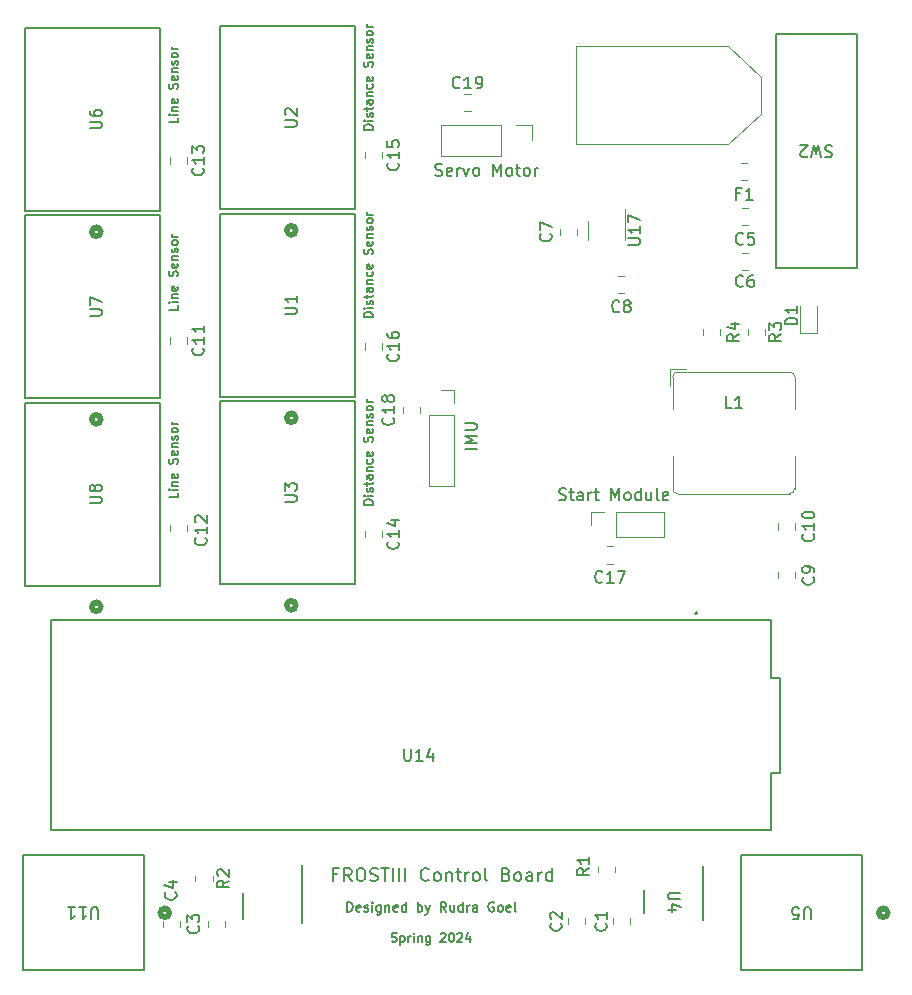
<source format=gbr>
%TF.GenerationSoftware,KiCad,Pcbnew,7.0.7*%
%TF.CreationDate,2024-02-11T13:41:50-05:00*%
%TF.ProjectId,Frosti,46726f73-7469-42e6-9b69-6361645f7063,rev?*%
%TF.SameCoordinates,Original*%
%TF.FileFunction,Legend,Top*%
%TF.FilePolarity,Positive*%
%FSLAX46Y46*%
G04 Gerber Fmt 4.6, Leading zero omitted, Abs format (unit mm)*
G04 Created by KiCad (PCBNEW 7.0.7) date 2024-02-11 13:41:50*
%MOMM*%
%LPD*%
G01*
G04 APERTURE LIST*
%ADD10C,0.150000*%
%ADD11C,0.120000*%
%ADD12C,0.152400*%
%ADD13C,0.508000*%
%ADD14C,0.200000*%
%ADD15C,0.127000*%
G04 APERTURE END LIST*
D10*
X131980414Y-80367744D02*
X131230414Y-80367744D01*
X131230414Y-80367744D02*
X131230414Y-80189173D01*
X131230414Y-80189173D02*
X131266128Y-80082030D01*
X131266128Y-80082030D02*
X131337557Y-80010601D01*
X131337557Y-80010601D02*
X131408985Y-79974887D01*
X131408985Y-79974887D02*
X131551842Y-79939173D01*
X131551842Y-79939173D02*
X131658985Y-79939173D01*
X131658985Y-79939173D02*
X131801842Y-79974887D01*
X131801842Y-79974887D02*
X131873271Y-80010601D01*
X131873271Y-80010601D02*
X131944700Y-80082030D01*
X131944700Y-80082030D02*
X131980414Y-80189173D01*
X131980414Y-80189173D02*
X131980414Y-80367744D01*
X131980414Y-79617744D02*
X131480414Y-79617744D01*
X131230414Y-79617744D02*
X131266128Y-79653458D01*
X131266128Y-79653458D02*
X131301842Y-79617744D01*
X131301842Y-79617744D02*
X131266128Y-79582030D01*
X131266128Y-79582030D02*
X131230414Y-79617744D01*
X131230414Y-79617744D02*
X131301842Y-79617744D01*
X131944700Y-79296315D02*
X131980414Y-79224887D01*
X131980414Y-79224887D02*
X131980414Y-79082030D01*
X131980414Y-79082030D02*
X131944700Y-79010601D01*
X131944700Y-79010601D02*
X131873271Y-78974887D01*
X131873271Y-78974887D02*
X131837557Y-78974887D01*
X131837557Y-78974887D02*
X131766128Y-79010601D01*
X131766128Y-79010601D02*
X131730414Y-79082030D01*
X131730414Y-79082030D02*
X131730414Y-79189173D01*
X131730414Y-79189173D02*
X131694700Y-79260601D01*
X131694700Y-79260601D02*
X131623271Y-79296315D01*
X131623271Y-79296315D02*
X131587557Y-79296315D01*
X131587557Y-79296315D02*
X131516128Y-79260601D01*
X131516128Y-79260601D02*
X131480414Y-79189173D01*
X131480414Y-79189173D02*
X131480414Y-79082030D01*
X131480414Y-79082030D02*
X131516128Y-79010601D01*
X131480414Y-78760601D02*
X131480414Y-78474887D01*
X131230414Y-78653458D02*
X131873271Y-78653458D01*
X131873271Y-78653458D02*
X131944700Y-78617744D01*
X131944700Y-78617744D02*
X131980414Y-78546315D01*
X131980414Y-78546315D02*
X131980414Y-78474887D01*
X131980414Y-77903459D02*
X131587557Y-77903459D01*
X131587557Y-77903459D02*
X131516128Y-77939173D01*
X131516128Y-77939173D02*
X131480414Y-78010601D01*
X131480414Y-78010601D02*
X131480414Y-78153459D01*
X131480414Y-78153459D02*
X131516128Y-78224887D01*
X131944700Y-77903459D02*
X131980414Y-77974887D01*
X131980414Y-77974887D02*
X131980414Y-78153459D01*
X131980414Y-78153459D02*
X131944700Y-78224887D01*
X131944700Y-78224887D02*
X131873271Y-78260601D01*
X131873271Y-78260601D02*
X131801842Y-78260601D01*
X131801842Y-78260601D02*
X131730414Y-78224887D01*
X131730414Y-78224887D02*
X131694700Y-78153459D01*
X131694700Y-78153459D02*
X131694700Y-77974887D01*
X131694700Y-77974887D02*
X131658985Y-77903459D01*
X131480414Y-77546316D02*
X131980414Y-77546316D01*
X131551842Y-77546316D02*
X131516128Y-77510602D01*
X131516128Y-77510602D02*
X131480414Y-77439173D01*
X131480414Y-77439173D02*
X131480414Y-77332030D01*
X131480414Y-77332030D02*
X131516128Y-77260602D01*
X131516128Y-77260602D02*
X131587557Y-77224888D01*
X131587557Y-77224888D02*
X131980414Y-77224888D01*
X131944700Y-76546317D02*
X131980414Y-76617745D01*
X131980414Y-76617745D02*
X131980414Y-76760602D01*
X131980414Y-76760602D02*
X131944700Y-76832031D01*
X131944700Y-76832031D02*
X131908985Y-76867745D01*
X131908985Y-76867745D02*
X131837557Y-76903459D01*
X131837557Y-76903459D02*
X131623271Y-76903459D01*
X131623271Y-76903459D02*
X131551842Y-76867745D01*
X131551842Y-76867745D02*
X131516128Y-76832031D01*
X131516128Y-76832031D02*
X131480414Y-76760602D01*
X131480414Y-76760602D02*
X131480414Y-76617745D01*
X131480414Y-76617745D02*
X131516128Y-76546317D01*
X131944700Y-75939174D02*
X131980414Y-76010602D01*
X131980414Y-76010602D02*
X131980414Y-76153460D01*
X131980414Y-76153460D02*
X131944700Y-76224888D01*
X131944700Y-76224888D02*
X131873271Y-76260602D01*
X131873271Y-76260602D02*
X131587557Y-76260602D01*
X131587557Y-76260602D02*
X131516128Y-76224888D01*
X131516128Y-76224888D02*
X131480414Y-76153460D01*
X131480414Y-76153460D02*
X131480414Y-76010602D01*
X131480414Y-76010602D02*
X131516128Y-75939174D01*
X131516128Y-75939174D02*
X131587557Y-75903460D01*
X131587557Y-75903460D02*
X131658985Y-75903460D01*
X131658985Y-75903460D02*
X131730414Y-76260602D01*
X131944700Y-75046316D02*
X131980414Y-74939174D01*
X131980414Y-74939174D02*
X131980414Y-74760602D01*
X131980414Y-74760602D02*
X131944700Y-74689174D01*
X131944700Y-74689174D02*
X131908985Y-74653459D01*
X131908985Y-74653459D02*
X131837557Y-74617745D01*
X131837557Y-74617745D02*
X131766128Y-74617745D01*
X131766128Y-74617745D02*
X131694700Y-74653459D01*
X131694700Y-74653459D02*
X131658985Y-74689174D01*
X131658985Y-74689174D02*
X131623271Y-74760602D01*
X131623271Y-74760602D02*
X131587557Y-74903459D01*
X131587557Y-74903459D02*
X131551842Y-74974888D01*
X131551842Y-74974888D02*
X131516128Y-75010602D01*
X131516128Y-75010602D02*
X131444700Y-75046316D01*
X131444700Y-75046316D02*
X131373271Y-75046316D01*
X131373271Y-75046316D02*
X131301842Y-75010602D01*
X131301842Y-75010602D02*
X131266128Y-74974888D01*
X131266128Y-74974888D02*
X131230414Y-74903459D01*
X131230414Y-74903459D02*
X131230414Y-74724888D01*
X131230414Y-74724888D02*
X131266128Y-74617745D01*
X131944700Y-74010602D02*
X131980414Y-74082030D01*
X131980414Y-74082030D02*
X131980414Y-74224888D01*
X131980414Y-74224888D02*
X131944700Y-74296316D01*
X131944700Y-74296316D02*
X131873271Y-74332030D01*
X131873271Y-74332030D02*
X131587557Y-74332030D01*
X131587557Y-74332030D02*
X131516128Y-74296316D01*
X131516128Y-74296316D02*
X131480414Y-74224888D01*
X131480414Y-74224888D02*
X131480414Y-74082030D01*
X131480414Y-74082030D02*
X131516128Y-74010602D01*
X131516128Y-74010602D02*
X131587557Y-73974888D01*
X131587557Y-73974888D02*
X131658985Y-73974888D01*
X131658985Y-73974888D02*
X131730414Y-74332030D01*
X131480414Y-73653459D02*
X131980414Y-73653459D01*
X131551842Y-73653459D02*
X131516128Y-73617745D01*
X131516128Y-73617745D02*
X131480414Y-73546316D01*
X131480414Y-73546316D02*
X131480414Y-73439173D01*
X131480414Y-73439173D02*
X131516128Y-73367745D01*
X131516128Y-73367745D02*
X131587557Y-73332031D01*
X131587557Y-73332031D02*
X131980414Y-73332031D01*
X131944700Y-73010602D02*
X131980414Y-72939174D01*
X131980414Y-72939174D02*
X131980414Y-72796317D01*
X131980414Y-72796317D02*
X131944700Y-72724888D01*
X131944700Y-72724888D02*
X131873271Y-72689174D01*
X131873271Y-72689174D02*
X131837557Y-72689174D01*
X131837557Y-72689174D02*
X131766128Y-72724888D01*
X131766128Y-72724888D02*
X131730414Y-72796317D01*
X131730414Y-72796317D02*
X131730414Y-72903460D01*
X131730414Y-72903460D02*
X131694700Y-72974888D01*
X131694700Y-72974888D02*
X131623271Y-73010602D01*
X131623271Y-73010602D02*
X131587557Y-73010602D01*
X131587557Y-73010602D02*
X131516128Y-72974888D01*
X131516128Y-72974888D02*
X131480414Y-72903460D01*
X131480414Y-72903460D02*
X131480414Y-72796317D01*
X131480414Y-72796317D02*
X131516128Y-72724888D01*
X131980414Y-72260602D02*
X131944700Y-72332031D01*
X131944700Y-72332031D02*
X131908985Y-72367745D01*
X131908985Y-72367745D02*
X131837557Y-72403459D01*
X131837557Y-72403459D02*
X131623271Y-72403459D01*
X131623271Y-72403459D02*
X131551842Y-72367745D01*
X131551842Y-72367745D02*
X131516128Y-72332031D01*
X131516128Y-72332031D02*
X131480414Y-72260602D01*
X131480414Y-72260602D02*
X131480414Y-72153459D01*
X131480414Y-72153459D02*
X131516128Y-72082031D01*
X131516128Y-72082031D02*
X131551842Y-72046317D01*
X131551842Y-72046317D02*
X131623271Y-72010602D01*
X131623271Y-72010602D02*
X131837557Y-72010602D01*
X131837557Y-72010602D02*
X131908985Y-72046317D01*
X131908985Y-72046317D02*
X131944700Y-72082031D01*
X131944700Y-72082031D02*
X131980414Y-72153459D01*
X131980414Y-72153459D02*
X131980414Y-72260602D01*
X131980414Y-71689174D02*
X131480414Y-71689174D01*
X131623271Y-71689174D02*
X131551842Y-71653460D01*
X131551842Y-71653460D02*
X131516128Y-71617746D01*
X131516128Y-71617746D02*
X131480414Y-71546317D01*
X131480414Y-71546317D02*
X131480414Y-71474888D01*
X115470414Y-95250601D02*
X115470414Y-95607744D01*
X115470414Y-95607744D02*
X114720414Y-95607744D01*
X115470414Y-95000601D02*
X114970414Y-95000601D01*
X114720414Y-95000601D02*
X114756128Y-95036315D01*
X114756128Y-95036315D02*
X114791842Y-95000601D01*
X114791842Y-95000601D02*
X114756128Y-94964887D01*
X114756128Y-94964887D02*
X114720414Y-95000601D01*
X114720414Y-95000601D02*
X114791842Y-95000601D01*
X114970414Y-94643458D02*
X115470414Y-94643458D01*
X115041842Y-94643458D02*
X115006128Y-94607744D01*
X115006128Y-94607744D02*
X114970414Y-94536315D01*
X114970414Y-94536315D02*
X114970414Y-94429172D01*
X114970414Y-94429172D02*
X115006128Y-94357744D01*
X115006128Y-94357744D02*
X115077557Y-94322030D01*
X115077557Y-94322030D02*
X115470414Y-94322030D01*
X115434700Y-93679173D02*
X115470414Y-93750601D01*
X115470414Y-93750601D02*
X115470414Y-93893459D01*
X115470414Y-93893459D02*
X115434700Y-93964887D01*
X115434700Y-93964887D02*
X115363271Y-94000601D01*
X115363271Y-94000601D02*
X115077557Y-94000601D01*
X115077557Y-94000601D02*
X115006128Y-93964887D01*
X115006128Y-93964887D02*
X114970414Y-93893459D01*
X114970414Y-93893459D02*
X114970414Y-93750601D01*
X114970414Y-93750601D02*
X115006128Y-93679173D01*
X115006128Y-93679173D02*
X115077557Y-93643459D01*
X115077557Y-93643459D02*
X115148985Y-93643459D01*
X115148985Y-93643459D02*
X115220414Y-94000601D01*
X115434700Y-92786315D02*
X115470414Y-92679173D01*
X115470414Y-92679173D02*
X115470414Y-92500601D01*
X115470414Y-92500601D02*
X115434700Y-92429173D01*
X115434700Y-92429173D02*
X115398985Y-92393458D01*
X115398985Y-92393458D02*
X115327557Y-92357744D01*
X115327557Y-92357744D02*
X115256128Y-92357744D01*
X115256128Y-92357744D02*
X115184700Y-92393458D01*
X115184700Y-92393458D02*
X115148985Y-92429173D01*
X115148985Y-92429173D02*
X115113271Y-92500601D01*
X115113271Y-92500601D02*
X115077557Y-92643458D01*
X115077557Y-92643458D02*
X115041842Y-92714887D01*
X115041842Y-92714887D02*
X115006128Y-92750601D01*
X115006128Y-92750601D02*
X114934700Y-92786315D01*
X114934700Y-92786315D02*
X114863271Y-92786315D01*
X114863271Y-92786315D02*
X114791842Y-92750601D01*
X114791842Y-92750601D02*
X114756128Y-92714887D01*
X114756128Y-92714887D02*
X114720414Y-92643458D01*
X114720414Y-92643458D02*
X114720414Y-92464887D01*
X114720414Y-92464887D02*
X114756128Y-92357744D01*
X115434700Y-91750601D02*
X115470414Y-91822029D01*
X115470414Y-91822029D02*
X115470414Y-91964887D01*
X115470414Y-91964887D02*
X115434700Y-92036315D01*
X115434700Y-92036315D02*
X115363271Y-92072029D01*
X115363271Y-92072029D02*
X115077557Y-92072029D01*
X115077557Y-92072029D02*
X115006128Y-92036315D01*
X115006128Y-92036315D02*
X114970414Y-91964887D01*
X114970414Y-91964887D02*
X114970414Y-91822029D01*
X114970414Y-91822029D02*
X115006128Y-91750601D01*
X115006128Y-91750601D02*
X115077557Y-91714887D01*
X115077557Y-91714887D02*
X115148985Y-91714887D01*
X115148985Y-91714887D02*
X115220414Y-92072029D01*
X114970414Y-91393458D02*
X115470414Y-91393458D01*
X115041842Y-91393458D02*
X115006128Y-91357744D01*
X115006128Y-91357744D02*
X114970414Y-91286315D01*
X114970414Y-91286315D02*
X114970414Y-91179172D01*
X114970414Y-91179172D02*
X115006128Y-91107744D01*
X115006128Y-91107744D02*
X115077557Y-91072030D01*
X115077557Y-91072030D02*
X115470414Y-91072030D01*
X115434700Y-90750601D02*
X115470414Y-90679173D01*
X115470414Y-90679173D02*
X115470414Y-90536316D01*
X115470414Y-90536316D02*
X115434700Y-90464887D01*
X115434700Y-90464887D02*
X115363271Y-90429173D01*
X115363271Y-90429173D02*
X115327557Y-90429173D01*
X115327557Y-90429173D02*
X115256128Y-90464887D01*
X115256128Y-90464887D02*
X115220414Y-90536316D01*
X115220414Y-90536316D02*
X115220414Y-90643459D01*
X115220414Y-90643459D02*
X115184700Y-90714887D01*
X115184700Y-90714887D02*
X115113271Y-90750601D01*
X115113271Y-90750601D02*
X115077557Y-90750601D01*
X115077557Y-90750601D02*
X115006128Y-90714887D01*
X115006128Y-90714887D02*
X114970414Y-90643459D01*
X114970414Y-90643459D02*
X114970414Y-90536316D01*
X114970414Y-90536316D02*
X115006128Y-90464887D01*
X115470414Y-90000601D02*
X115434700Y-90072030D01*
X115434700Y-90072030D02*
X115398985Y-90107744D01*
X115398985Y-90107744D02*
X115327557Y-90143458D01*
X115327557Y-90143458D02*
X115113271Y-90143458D01*
X115113271Y-90143458D02*
X115041842Y-90107744D01*
X115041842Y-90107744D02*
X115006128Y-90072030D01*
X115006128Y-90072030D02*
X114970414Y-90000601D01*
X114970414Y-90000601D02*
X114970414Y-89893458D01*
X114970414Y-89893458D02*
X115006128Y-89822030D01*
X115006128Y-89822030D02*
X115041842Y-89786316D01*
X115041842Y-89786316D02*
X115113271Y-89750601D01*
X115113271Y-89750601D02*
X115327557Y-89750601D01*
X115327557Y-89750601D02*
X115398985Y-89786316D01*
X115398985Y-89786316D02*
X115434700Y-89822030D01*
X115434700Y-89822030D02*
X115470414Y-89893458D01*
X115470414Y-89893458D02*
X115470414Y-90000601D01*
X115470414Y-89429173D02*
X114970414Y-89429173D01*
X115113271Y-89429173D02*
X115041842Y-89393459D01*
X115041842Y-89393459D02*
X115006128Y-89357745D01*
X115006128Y-89357745D02*
X114970414Y-89286316D01*
X114970414Y-89286316D02*
X114970414Y-89214887D01*
X117834580Y-99067857D02*
X117882200Y-99115476D01*
X117882200Y-99115476D02*
X117929819Y-99258333D01*
X117929819Y-99258333D02*
X117929819Y-99353571D01*
X117929819Y-99353571D02*
X117882200Y-99496428D01*
X117882200Y-99496428D02*
X117786961Y-99591666D01*
X117786961Y-99591666D02*
X117691723Y-99639285D01*
X117691723Y-99639285D02*
X117501247Y-99686904D01*
X117501247Y-99686904D02*
X117358390Y-99686904D01*
X117358390Y-99686904D02*
X117167914Y-99639285D01*
X117167914Y-99639285D02*
X117072676Y-99591666D01*
X117072676Y-99591666D02*
X116977438Y-99496428D01*
X116977438Y-99496428D02*
X116929819Y-99353571D01*
X116929819Y-99353571D02*
X116929819Y-99258333D01*
X116929819Y-99258333D02*
X116977438Y-99115476D01*
X116977438Y-99115476D02*
X117025057Y-99067857D01*
X117929819Y-98115476D02*
X117929819Y-98686904D01*
X117929819Y-98401190D02*
X116929819Y-98401190D01*
X116929819Y-98401190D02*
X117072676Y-98496428D01*
X117072676Y-98496428D02*
X117167914Y-98591666D01*
X117167914Y-98591666D02*
X117215533Y-98686904D01*
X117025057Y-97734523D02*
X116977438Y-97686904D01*
X116977438Y-97686904D02*
X116929819Y-97591666D01*
X116929819Y-97591666D02*
X116929819Y-97353571D01*
X116929819Y-97353571D02*
X116977438Y-97258333D01*
X116977438Y-97258333D02*
X117025057Y-97210714D01*
X117025057Y-97210714D02*
X117120295Y-97163095D01*
X117120295Y-97163095D02*
X117215533Y-97163095D01*
X117215533Y-97163095D02*
X117358390Y-97210714D01*
X117358390Y-97210714D02*
X117929819Y-97782142D01*
X117929819Y-97782142D02*
X117929819Y-97163095D01*
X128997255Y-127551390D02*
X128630588Y-127551390D01*
X128630588Y-128127580D02*
X128630588Y-127027580D01*
X128630588Y-127027580D02*
X129154398Y-127027580D01*
X130202017Y-128127580D02*
X129835350Y-127603771D01*
X129573445Y-128127580D02*
X129573445Y-127027580D01*
X129573445Y-127027580D02*
X129992493Y-127027580D01*
X129992493Y-127027580D02*
X130097255Y-127079961D01*
X130097255Y-127079961D02*
X130149636Y-127132342D01*
X130149636Y-127132342D02*
X130202017Y-127237104D01*
X130202017Y-127237104D02*
X130202017Y-127394247D01*
X130202017Y-127394247D02*
X130149636Y-127499009D01*
X130149636Y-127499009D02*
X130097255Y-127551390D01*
X130097255Y-127551390D02*
X129992493Y-127603771D01*
X129992493Y-127603771D02*
X129573445Y-127603771D01*
X130882969Y-127027580D02*
X131092493Y-127027580D01*
X131092493Y-127027580D02*
X131197255Y-127079961D01*
X131197255Y-127079961D02*
X131302017Y-127184723D01*
X131302017Y-127184723D02*
X131354398Y-127394247D01*
X131354398Y-127394247D02*
X131354398Y-127760914D01*
X131354398Y-127760914D02*
X131302017Y-127970438D01*
X131302017Y-127970438D02*
X131197255Y-128075200D01*
X131197255Y-128075200D02*
X131092493Y-128127580D01*
X131092493Y-128127580D02*
X130882969Y-128127580D01*
X130882969Y-128127580D02*
X130778207Y-128075200D01*
X130778207Y-128075200D02*
X130673445Y-127970438D01*
X130673445Y-127970438D02*
X130621064Y-127760914D01*
X130621064Y-127760914D02*
X130621064Y-127394247D01*
X130621064Y-127394247D02*
X130673445Y-127184723D01*
X130673445Y-127184723D02*
X130778207Y-127079961D01*
X130778207Y-127079961D02*
X130882969Y-127027580D01*
X131773445Y-128075200D02*
X131930588Y-128127580D01*
X131930588Y-128127580D02*
X132192493Y-128127580D01*
X132192493Y-128127580D02*
X132297255Y-128075200D01*
X132297255Y-128075200D02*
X132349636Y-128022819D01*
X132349636Y-128022819D02*
X132402017Y-127918057D01*
X132402017Y-127918057D02*
X132402017Y-127813295D01*
X132402017Y-127813295D02*
X132349636Y-127708533D01*
X132349636Y-127708533D02*
X132297255Y-127656152D01*
X132297255Y-127656152D02*
X132192493Y-127603771D01*
X132192493Y-127603771D02*
X131982969Y-127551390D01*
X131982969Y-127551390D02*
X131878207Y-127499009D01*
X131878207Y-127499009D02*
X131825826Y-127446628D01*
X131825826Y-127446628D02*
X131773445Y-127341866D01*
X131773445Y-127341866D02*
X131773445Y-127237104D01*
X131773445Y-127237104D02*
X131825826Y-127132342D01*
X131825826Y-127132342D02*
X131878207Y-127079961D01*
X131878207Y-127079961D02*
X131982969Y-127027580D01*
X131982969Y-127027580D02*
X132244874Y-127027580D01*
X132244874Y-127027580D02*
X132402017Y-127079961D01*
X132716302Y-127027580D02*
X133344874Y-127027580D01*
X133030588Y-128127580D02*
X133030588Y-127027580D01*
X133711540Y-128127580D02*
X133711540Y-127027580D01*
X134235350Y-128127580D02*
X134235350Y-127027580D01*
X134759160Y-128127580D02*
X134759160Y-127027580D01*
X136749637Y-128022819D02*
X136697256Y-128075200D01*
X136697256Y-128075200D02*
X136540113Y-128127580D01*
X136540113Y-128127580D02*
X136435351Y-128127580D01*
X136435351Y-128127580D02*
X136278208Y-128075200D01*
X136278208Y-128075200D02*
X136173446Y-127970438D01*
X136173446Y-127970438D02*
X136121065Y-127865676D01*
X136121065Y-127865676D02*
X136068684Y-127656152D01*
X136068684Y-127656152D02*
X136068684Y-127499009D01*
X136068684Y-127499009D02*
X136121065Y-127289485D01*
X136121065Y-127289485D02*
X136173446Y-127184723D01*
X136173446Y-127184723D02*
X136278208Y-127079961D01*
X136278208Y-127079961D02*
X136435351Y-127027580D01*
X136435351Y-127027580D02*
X136540113Y-127027580D01*
X136540113Y-127027580D02*
X136697256Y-127079961D01*
X136697256Y-127079961D02*
X136749637Y-127132342D01*
X137378208Y-128127580D02*
X137273446Y-128075200D01*
X137273446Y-128075200D02*
X137221065Y-128022819D01*
X137221065Y-128022819D02*
X137168684Y-127918057D01*
X137168684Y-127918057D02*
X137168684Y-127603771D01*
X137168684Y-127603771D02*
X137221065Y-127499009D01*
X137221065Y-127499009D02*
X137273446Y-127446628D01*
X137273446Y-127446628D02*
X137378208Y-127394247D01*
X137378208Y-127394247D02*
X137535351Y-127394247D01*
X137535351Y-127394247D02*
X137640113Y-127446628D01*
X137640113Y-127446628D02*
X137692494Y-127499009D01*
X137692494Y-127499009D02*
X137744875Y-127603771D01*
X137744875Y-127603771D02*
X137744875Y-127918057D01*
X137744875Y-127918057D02*
X137692494Y-128022819D01*
X137692494Y-128022819D02*
X137640113Y-128075200D01*
X137640113Y-128075200D02*
X137535351Y-128127580D01*
X137535351Y-128127580D02*
X137378208Y-128127580D01*
X138216303Y-127394247D02*
X138216303Y-128127580D01*
X138216303Y-127499009D02*
X138268684Y-127446628D01*
X138268684Y-127446628D02*
X138373446Y-127394247D01*
X138373446Y-127394247D02*
X138530589Y-127394247D01*
X138530589Y-127394247D02*
X138635351Y-127446628D01*
X138635351Y-127446628D02*
X138687732Y-127551390D01*
X138687732Y-127551390D02*
X138687732Y-128127580D01*
X139054398Y-127394247D02*
X139473446Y-127394247D01*
X139211541Y-127027580D02*
X139211541Y-127970438D01*
X139211541Y-127970438D02*
X139263922Y-128075200D01*
X139263922Y-128075200D02*
X139368684Y-128127580D01*
X139368684Y-128127580D02*
X139473446Y-128127580D01*
X139840112Y-128127580D02*
X139840112Y-127394247D01*
X139840112Y-127603771D02*
X139892493Y-127499009D01*
X139892493Y-127499009D02*
X139944874Y-127446628D01*
X139944874Y-127446628D02*
X140049636Y-127394247D01*
X140049636Y-127394247D02*
X140154398Y-127394247D01*
X140678207Y-128127580D02*
X140573445Y-128075200D01*
X140573445Y-128075200D02*
X140521064Y-128022819D01*
X140521064Y-128022819D02*
X140468683Y-127918057D01*
X140468683Y-127918057D02*
X140468683Y-127603771D01*
X140468683Y-127603771D02*
X140521064Y-127499009D01*
X140521064Y-127499009D02*
X140573445Y-127446628D01*
X140573445Y-127446628D02*
X140678207Y-127394247D01*
X140678207Y-127394247D02*
X140835350Y-127394247D01*
X140835350Y-127394247D02*
X140940112Y-127446628D01*
X140940112Y-127446628D02*
X140992493Y-127499009D01*
X140992493Y-127499009D02*
X141044874Y-127603771D01*
X141044874Y-127603771D02*
X141044874Y-127918057D01*
X141044874Y-127918057D02*
X140992493Y-128022819D01*
X140992493Y-128022819D02*
X140940112Y-128075200D01*
X140940112Y-128075200D02*
X140835350Y-128127580D01*
X140835350Y-128127580D02*
X140678207Y-128127580D01*
X141673445Y-128127580D02*
X141568683Y-128075200D01*
X141568683Y-128075200D02*
X141516302Y-127970438D01*
X141516302Y-127970438D02*
X141516302Y-127027580D01*
X143297254Y-127551390D02*
X143454397Y-127603771D01*
X143454397Y-127603771D02*
X143506778Y-127656152D01*
X143506778Y-127656152D02*
X143559159Y-127760914D01*
X143559159Y-127760914D02*
X143559159Y-127918057D01*
X143559159Y-127918057D02*
X143506778Y-128022819D01*
X143506778Y-128022819D02*
X143454397Y-128075200D01*
X143454397Y-128075200D02*
X143349635Y-128127580D01*
X143349635Y-128127580D02*
X142930587Y-128127580D01*
X142930587Y-128127580D02*
X142930587Y-127027580D01*
X142930587Y-127027580D02*
X143297254Y-127027580D01*
X143297254Y-127027580D02*
X143402016Y-127079961D01*
X143402016Y-127079961D02*
X143454397Y-127132342D01*
X143454397Y-127132342D02*
X143506778Y-127237104D01*
X143506778Y-127237104D02*
X143506778Y-127341866D01*
X143506778Y-127341866D02*
X143454397Y-127446628D01*
X143454397Y-127446628D02*
X143402016Y-127499009D01*
X143402016Y-127499009D02*
X143297254Y-127551390D01*
X143297254Y-127551390D02*
X142930587Y-127551390D01*
X144187730Y-128127580D02*
X144082968Y-128075200D01*
X144082968Y-128075200D02*
X144030587Y-128022819D01*
X144030587Y-128022819D02*
X143978206Y-127918057D01*
X143978206Y-127918057D02*
X143978206Y-127603771D01*
X143978206Y-127603771D02*
X144030587Y-127499009D01*
X144030587Y-127499009D02*
X144082968Y-127446628D01*
X144082968Y-127446628D02*
X144187730Y-127394247D01*
X144187730Y-127394247D02*
X144344873Y-127394247D01*
X144344873Y-127394247D02*
X144449635Y-127446628D01*
X144449635Y-127446628D02*
X144502016Y-127499009D01*
X144502016Y-127499009D02*
X144554397Y-127603771D01*
X144554397Y-127603771D02*
X144554397Y-127918057D01*
X144554397Y-127918057D02*
X144502016Y-128022819D01*
X144502016Y-128022819D02*
X144449635Y-128075200D01*
X144449635Y-128075200D02*
X144344873Y-128127580D01*
X144344873Y-128127580D02*
X144187730Y-128127580D01*
X145497254Y-128127580D02*
X145497254Y-127551390D01*
X145497254Y-127551390D02*
X145444873Y-127446628D01*
X145444873Y-127446628D02*
X145340111Y-127394247D01*
X145340111Y-127394247D02*
X145130587Y-127394247D01*
X145130587Y-127394247D02*
X145025825Y-127446628D01*
X145497254Y-128075200D02*
X145392492Y-128127580D01*
X145392492Y-128127580D02*
X145130587Y-128127580D01*
X145130587Y-128127580D02*
X145025825Y-128075200D01*
X145025825Y-128075200D02*
X144973444Y-127970438D01*
X144973444Y-127970438D02*
X144973444Y-127865676D01*
X144973444Y-127865676D02*
X145025825Y-127760914D01*
X145025825Y-127760914D02*
X145130587Y-127708533D01*
X145130587Y-127708533D02*
X145392492Y-127708533D01*
X145392492Y-127708533D02*
X145497254Y-127656152D01*
X146021063Y-128127580D02*
X146021063Y-127394247D01*
X146021063Y-127603771D02*
X146073444Y-127499009D01*
X146073444Y-127499009D02*
X146125825Y-127446628D01*
X146125825Y-127446628D02*
X146230587Y-127394247D01*
X146230587Y-127394247D02*
X146335349Y-127394247D01*
X147173444Y-128127580D02*
X147173444Y-127027580D01*
X147173444Y-128075200D02*
X147068682Y-128127580D01*
X147068682Y-128127580D02*
X146859158Y-128127580D01*
X146859158Y-128127580D02*
X146754396Y-128075200D01*
X146754396Y-128075200D02*
X146702015Y-128022819D01*
X146702015Y-128022819D02*
X146649634Y-127918057D01*
X146649634Y-127918057D02*
X146649634Y-127603771D01*
X146649634Y-127603771D02*
X146702015Y-127499009D01*
X146702015Y-127499009D02*
X146754396Y-127446628D01*
X146754396Y-127446628D02*
X146859158Y-127394247D01*
X146859158Y-127394247D02*
X147068682Y-127394247D01*
X147068682Y-127394247D02*
X147173444Y-127446628D01*
X115470414Y-79375601D02*
X115470414Y-79732744D01*
X115470414Y-79732744D02*
X114720414Y-79732744D01*
X115470414Y-79125601D02*
X114970414Y-79125601D01*
X114720414Y-79125601D02*
X114756128Y-79161315D01*
X114756128Y-79161315D02*
X114791842Y-79125601D01*
X114791842Y-79125601D02*
X114756128Y-79089887D01*
X114756128Y-79089887D02*
X114720414Y-79125601D01*
X114720414Y-79125601D02*
X114791842Y-79125601D01*
X114970414Y-78768458D02*
X115470414Y-78768458D01*
X115041842Y-78768458D02*
X115006128Y-78732744D01*
X115006128Y-78732744D02*
X114970414Y-78661315D01*
X114970414Y-78661315D02*
X114970414Y-78554172D01*
X114970414Y-78554172D02*
X115006128Y-78482744D01*
X115006128Y-78482744D02*
X115077557Y-78447030D01*
X115077557Y-78447030D02*
X115470414Y-78447030D01*
X115434700Y-77804173D02*
X115470414Y-77875601D01*
X115470414Y-77875601D02*
X115470414Y-78018459D01*
X115470414Y-78018459D02*
X115434700Y-78089887D01*
X115434700Y-78089887D02*
X115363271Y-78125601D01*
X115363271Y-78125601D02*
X115077557Y-78125601D01*
X115077557Y-78125601D02*
X115006128Y-78089887D01*
X115006128Y-78089887D02*
X114970414Y-78018459D01*
X114970414Y-78018459D02*
X114970414Y-77875601D01*
X114970414Y-77875601D02*
X115006128Y-77804173D01*
X115006128Y-77804173D02*
X115077557Y-77768459D01*
X115077557Y-77768459D02*
X115148985Y-77768459D01*
X115148985Y-77768459D02*
X115220414Y-78125601D01*
X115434700Y-76911315D02*
X115470414Y-76804173D01*
X115470414Y-76804173D02*
X115470414Y-76625601D01*
X115470414Y-76625601D02*
X115434700Y-76554173D01*
X115434700Y-76554173D02*
X115398985Y-76518458D01*
X115398985Y-76518458D02*
X115327557Y-76482744D01*
X115327557Y-76482744D02*
X115256128Y-76482744D01*
X115256128Y-76482744D02*
X115184700Y-76518458D01*
X115184700Y-76518458D02*
X115148985Y-76554173D01*
X115148985Y-76554173D02*
X115113271Y-76625601D01*
X115113271Y-76625601D02*
X115077557Y-76768458D01*
X115077557Y-76768458D02*
X115041842Y-76839887D01*
X115041842Y-76839887D02*
X115006128Y-76875601D01*
X115006128Y-76875601D02*
X114934700Y-76911315D01*
X114934700Y-76911315D02*
X114863271Y-76911315D01*
X114863271Y-76911315D02*
X114791842Y-76875601D01*
X114791842Y-76875601D02*
X114756128Y-76839887D01*
X114756128Y-76839887D02*
X114720414Y-76768458D01*
X114720414Y-76768458D02*
X114720414Y-76589887D01*
X114720414Y-76589887D02*
X114756128Y-76482744D01*
X115434700Y-75875601D02*
X115470414Y-75947029D01*
X115470414Y-75947029D02*
X115470414Y-76089887D01*
X115470414Y-76089887D02*
X115434700Y-76161315D01*
X115434700Y-76161315D02*
X115363271Y-76197029D01*
X115363271Y-76197029D02*
X115077557Y-76197029D01*
X115077557Y-76197029D02*
X115006128Y-76161315D01*
X115006128Y-76161315D02*
X114970414Y-76089887D01*
X114970414Y-76089887D02*
X114970414Y-75947029D01*
X114970414Y-75947029D02*
X115006128Y-75875601D01*
X115006128Y-75875601D02*
X115077557Y-75839887D01*
X115077557Y-75839887D02*
X115148985Y-75839887D01*
X115148985Y-75839887D02*
X115220414Y-76197029D01*
X114970414Y-75518458D02*
X115470414Y-75518458D01*
X115041842Y-75518458D02*
X115006128Y-75482744D01*
X115006128Y-75482744D02*
X114970414Y-75411315D01*
X114970414Y-75411315D02*
X114970414Y-75304172D01*
X114970414Y-75304172D02*
X115006128Y-75232744D01*
X115006128Y-75232744D02*
X115077557Y-75197030D01*
X115077557Y-75197030D02*
X115470414Y-75197030D01*
X115434700Y-74875601D02*
X115470414Y-74804173D01*
X115470414Y-74804173D02*
X115470414Y-74661316D01*
X115470414Y-74661316D02*
X115434700Y-74589887D01*
X115434700Y-74589887D02*
X115363271Y-74554173D01*
X115363271Y-74554173D02*
X115327557Y-74554173D01*
X115327557Y-74554173D02*
X115256128Y-74589887D01*
X115256128Y-74589887D02*
X115220414Y-74661316D01*
X115220414Y-74661316D02*
X115220414Y-74768459D01*
X115220414Y-74768459D02*
X115184700Y-74839887D01*
X115184700Y-74839887D02*
X115113271Y-74875601D01*
X115113271Y-74875601D02*
X115077557Y-74875601D01*
X115077557Y-74875601D02*
X115006128Y-74839887D01*
X115006128Y-74839887D02*
X114970414Y-74768459D01*
X114970414Y-74768459D02*
X114970414Y-74661316D01*
X114970414Y-74661316D02*
X115006128Y-74589887D01*
X115470414Y-74125601D02*
X115434700Y-74197030D01*
X115434700Y-74197030D02*
X115398985Y-74232744D01*
X115398985Y-74232744D02*
X115327557Y-74268458D01*
X115327557Y-74268458D02*
X115113271Y-74268458D01*
X115113271Y-74268458D02*
X115041842Y-74232744D01*
X115041842Y-74232744D02*
X115006128Y-74197030D01*
X115006128Y-74197030D02*
X114970414Y-74125601D01*
X114970414Y-74125601D02*
X114970414Y-74018458D01*
X114970414Y-74018458D02*
X115006128Y-73947030D01*
X115006128Y-73947030D02*
X115041842Y-73911316D01*
X115041842Y-73911316D02*
X115113271Y-73875601D01*
X115113271Y-73875601D02*
X115327557Y-73875601D01*
X115327557Y-73875601D02*
X115398985Y-73911316D01*
X115398985Y-73911316D02*
X115434700Y-73947030D01*
X115434700Y-73947030D02*
X115470414Y-74018458D01*
X115470414Y-74018458D02*
X115470414Y-74125601D01*
X115470414Y-73554173D02*
X114970414Y-73554173D01*
X115113271Y-73554173D02*
X115041842Y-73518459D01*
X115041842Y-73518459D02*
X115006128Y-73482745D01*
X115006128Y-73482745D02*
X114970414Y-73411316D01*
X114970414Y-73411316D02*
X114970414Y-73339887D01*
X115470414Y-63500601D02*
X115470414Y-63857744D01*
X115470414Y-63857744D02*
X114720414Y-63857744D01*
X115470414Y-63250601D02*
X114970414Y-63250601D01*
X114720414Y-63250601D02*
X114756128Y-63286315D01*
X114756128Y-63286315D02*
X114791842Y-63250601D01*
X114791842Y-63250601D02*
X114756128Y-63214887D01*
X114756128Y-63214887D02*
X114720414Y-63250601D01*
X114720414Y-63250601D02*
X114791842Y-63250601D01*
X114970414Y-62893458D02*
X115470414Y-62893458D01*
X115041842Y-62893458D02*
X115006128Y-62857744D01*
X115006128Y-62857744D02*
X114970414Y-62786315D01*
X114970414Y-62786315D02*
X114970414Y-62679172D01*
X114970414Y-62679172D02*
X115006128Y-62607744D01*
X115006128Y-62607744D02*
X115077557Y-62572030D01*
X115077557Y-62572030D02*
X115470414Y-62572030D01*
X115434700Y-61929173D02*
X115470414Y-62000601D01*
X115470414Y-62000601D02*
X115470414Y-62143459D01*
X115470414Y-62143459D02*
X115434700Y-62214887D01*
X115434700Y-62214887D02*
X115363271Y-62250601D01*
X115363271Y-62250601D02*
X115077557Y-62250601D01*
X115077557Y-62250601D02*
X115006128Y-62214887D01*
X115006128Y-62214887D02*
X114970414Y-62143459D01*
X114970414Y-62143459D02*
X114970414Y-62000601D01*
X114970414Y-62000601D02*
X115006128Y-61929173D01*
X115006128Y-61929173D02*
X115077557Y-61893459D01*
X115077557Y-61893459D02*
X115148985Y-61893459D01*
X115148985Y-61893459D02*
X115220414Y-62250601D01*
X115434700Y-61036315D02*
X115470414Y-60929173D01*
X115470414Y-60929173D02*
X115470414Y-60750601D01*
X115470414Y-60750601D02*
X115434700Y-60679173D01*
X115434700Y-60679173D02*
X115398985Y-60643458D01*
X115398985Y-60643458D02*
X115327557Y-60607744D01*
X115327557Y-60607744D02*
X115256128Y-60607744D01*
X115256128Y-60607744D02*
X115184700Y-60643458D01*
X115184700Y-60643458D02*
X115148985Y-60679173D01*
X115148985Y-60679173D02*
X115113271Y-60750601D01*
X115113271Y-60750601D02*
X115077557Y-60893458D01*
X115077557Y-60893458D02*
X115041842Y-60964887D01*
X115041842Y-60964887D02*
X115006128Y-61000601D01*
X115006128Y-61000601D02*
X114934700Y-61036315D01*
X114934700Y-61036315D02*
X114863271Y-61036315D01*
X114863271Y-61036315D02*
X114791842Y-61000601D01*
X114791842Y-61000601D02*
X114756128Y-60964887D01*
X114756128Y-60964887D02*
X114720414Y-60893458D01*
X114720414Y-60893458D02*
X114720414Y-60714887D01*
X114720414Y-60714887D02*
X114756128Y-60607744D01*
X115434700Y-60000601D02*
X115470414Y-60072029D01*
X115470414Y-60072029D02*
X115470414Y-60214887D01*
X115470414Y-60214887D02*
X115434700Y-60286315D01*
X115434700Y-60286315D02*
X115363271Y-60322029D01*
X115363271Y-60322029D02*
X115077557Y-60322029D01*
X115077557Y-60322029D02*
X115006128Y-60286315D01*
X115006128Y-60286315D02*
X114970414Y-60214887D01*
X114970414Y-60214887D02*
X114970414Y-60072029D01*
X114970414Y-60072029D02*
X115006128Y-60000601D01*
X115006128Y-60000601D02*
X115077557Y-59964887D01*
X115077557Y-59964887D02*
X115148985Y-59964887D01*
X115148985Y-59964887D02*
X115220414Y-60322029D01*
X114970414Y-59643458D02*
X115470414Y-59643458D01*
X115041842Y-59643458D02*
X115006128Y-59607744D01*
X115006128Y-59607744D02*
X114970414Y-59536315D01*
X114970414Y-59536315D02*
X114970414Y-59429172D01*
X114970414Y-59429172D02*
X115006128Y-59357744D01*
X115006128Y-59357744D02*
X115077557Y-59322030D01*
X115077557Y-59322030D02*
X115470414Y-59322030D01*
X115434700Y-59000601D02*
X115470414Y-58929173D01*
X115470414Y-58929173D02*
X115470414Y-58786316D01*
X115470414Y-58786316D02*
X115434700Y-58714887D01*
X115434700Y-58714887D02*
X115363271Y-58679173D01*
X115363271Y-58679173D02*
X115327557Y-58679173D01*
X115327557Y-58679173D02*
X115256128Y-58714887D01*
X115256128Y-58714887D02*
X115220414Y-58786316D01*
X115220414Y-58786316D02*
X115220414Y-58893459D01*
X115220414Y-58893459D02*
X115184700Y-58964887D01*
X115184700Y-58964887D02*
X115113271Y-59000601D01*
X115113271Y-59000601D02*
X115077557Y-59000601D01*
X115077557Y-59000601D02*
X115006128Y-58964887D01*
X115006128Y-58964887D02*
X114970414Y-58893459D01*
X114970414Y-58893459D02*
X114970414Y-58786316D01*
X114970414Y-58786316D02*
X115006128Y-58714887D01*
X115470414Y-58250601D02*
X115434700Y-58322030D01*
X115434700Y-58322030D02*
X115398985Y-58357744D01*
X115398985Y-58357744D02*
X115327557Y-58393458D01*
X115327557Y-58393458D02*
X115113271Y-58393458D01*
X115113271Y-58393458D02*
X115041842Y-58357744D01*
X115041842Y-58357744D02*
X115006128Y-58322030D01*
X115006128Y-58322030D02*
X114970414Y-58250601D01*
X114970414Y-58250601D02*
X114970414Y-58143458D01*
X114970414Y-58143458D02*
X115006128Y-58072030D01*
X115006128Y-58072030D02*
X115041842Y-58036316D01*
X115041842Y-58036316D02*
X115113271Y-58000601D01*
X115113271Y-58000601D02*
X115327557Y-58000601D01*
X115327557Y-58000601D02*
X115398985Y-58036316D01*
X115398985Y-58036316D02*
X115434700Y-58072030D01*
X115434700Y-58072030D02*
X115470414Y-58143458D01*
X115470414Y-58143458D02*
X115470414Y-58250601D01*
X115470414Y-57679173D02*
X114970414Y-57679173D01*
X115113271Y-57679173D02*
X115041842Y-57643459D01*
X115041842Y-57643459D02*
X115006128Y-57607745D01*
X115006128Y-57607745D02*
X114970414Y-57536316D01*
X114970414Y-57536316D02*
X114970414Y-57464887D01*
X133591541Y-133214700D02*
X133698684Y-133250414D01*
X133698684Y-133250414D02*
X133877255Y-133250414D01*
X133877255Y-133250414D02*
X133948684Y-133214700D01*
X133948684Y-133214700D02*
X133984398Y-133178985D01*
X133984398Y-133178985D02*
X134020112Y-133107557D01*
X134020112Y-133107557D02*
X134020112Y-133036128D01*
X134020112Y-133036128D02*
X133984398Y-132964700D01*
X133984398Y-132964700D02*
X133948684Y-132928985D01*
X133948684Y-132928985D02*
X133877255Y-132893271D01*
X133877255Y-132893271D02*
X133734398Y-132857557D01*
X133734398Y-132857557D02*
X133662969Y-132821842D01*
X133662969Y-132821842D02*
X133627255Y-132786128D01*
X133627255Y-132786128D02*
X133591541Y-132714700D01*
X133591541Y-132714700D02*
X133591541Y-132643271D01*
X133591541Y-132643271D02*
X133627255Y-132571842D01*
X133627255Y-132571842D02*
X133662969Y-132536128D01*
X133662969Y-132536128D02*
X133734398Y-132500414D01*
X133734398Y-132500414D02*
X133912969Y-132500414D01*
X133912969Y-132500414D02*
X134020112Y-132536128D01*
X134341541Y-132750414D02*
X134341541Y-133500414D01*
X134341541Y-132786128D02*
X134412970Y-132750414D01*
X134412970Y-132750414D02*
X134555827Y-132750414D01*
X134555827Y-132750414D02*
X134627255Y-132786128D01*
X134627255Y-132786128D02*
X134662970Y-132821842D01*
X134662970Y-132821842D02*
X134698684Y-132893271D01*
X134698684Y-132893271D02*
X134698684Y-133107557D01*
X134698684Y-133107557D02*
X134662970Y-133178985D01*
X134662970Y-133178985D02*
X134627255Y-133214700D01*
X134627255Y-133214700D02*
X134555827Y-133250414D01*
X134555827Y-133250414D02*
X134412970Y-133250414D01*
X134412970Y-133250414D02*
X134341541Y-133214700D01*
X135020112Y-133250414D02*
X135020112Y-132750414D01*
X135020112Y-132893271D02*
X135055826Y-132821842D01*
X135055826Y-132821842D02*
X135091541Y-132786128D01*
X135091541Y-132786128D02*
X135162969Y-132750414D01*
X135162969Y-132750414D02*
X135234398Y-132750414D01*
X135484398Y-133250414D02*
X135484398Y-132750414D01*
X135484398Y-132500414D02*
X135448684Y-132536128D01*
X135448684Y-132536128D02*
X135484398Y-132571842D01*
X135484398Y-132571842D02*
X135520112Y-132536128D01*
X135520112Y-132536128D02*
X135484398Y-132500414D01*
X135484398Y-132500414D02*
X135484398Y-132571842D01*
X135841541Y-132750414D02*
X135841541Y-133250414D01*
X135841541Y-132821842D02*
X135877255Y-132786128D01*
X135877255Y-132786128D02*
X135948684Y-132750414D01*
X135948684Y-132750414D02*
X136055827Y-132750414D01*
X136055827Y-132750414D02*
X136127255Y-132786128D01*
X136127255Y-132786128D02*
X136162970Y-132857557D01*
X136162970Y-132857557D02*
X136162970Y-133250414D01*
X136841541Y-132750414D02*
X136841541Y-133357557D01*
X136841541Y-133357557D02*
X136805826Y-133428985D01*
X136805826Y-133428985D02*
X136770112Y-133464700D01*
X136770112Y-133464700D02*
X136698683Y-133500414D01*
X136698683Y-133500414D02*
X136591541Y-133500414D01*
X136591541Y-133500414D02*
X136520112Y-133464700D01*
X136841541Y-133214700D02*
X136770112Y-133250414D01*
X136770112Y-133250414D02*
X136627255Y-133250414D01*
X136627255Y-133250414D02*
X136555826Y-133214700D01*
X136555826Y-133214700D02*
X136520112Y-133178985D01*
X136520112Y-133178985D02*
X136484398Y-133107557D01*
X136484398Y-133107557D02*
X136484398Y-132893271D01*
X136484398Y-132893271D02*
X136520112Y-132821842D01*
X136520112Y-132821842D02*
X136555826Y-132786128D01*
X136555826Y-132786128D02*
X136627255Y-132750414D01*
X136627255Y-132750414D02*
X136770112Y-132750414D01*
X136770112Y-132750414D02*
X136841541Y-132786128D01*
X137734398Y-132571842D02*
X137770112Y-132536128D01*
X137770112Y-132536128D02*
X137841541Y-132500414D01*
X137841541Y-132500414D02*
X138020112Y-132500414D01*
X138020112Y-132500414D02*
X138091541Y-132536128D01*
X138091541Y-132536128D02*
X138127255Y-132571842D01*
X138127255Y-132571842D02*
X138162969Y-132643271D01*
X138162969Y-132643271D02*
X138162969Y-132714700D01*
X138162969Y-132714700D02*
X138127255Y-132821842D01*
X138127255Y-132821842D02*
X137698683Y-133250414D01*
X137698683Y-133250414D02*
X138162969Y-133250414D01*
X138627255Y-132500414D02*
X138698684Y-132500414D01*
X138698684Y-132500414D02*
X138770112Y-132536128D01*
X138770112Y-132536128D02*
X138805827Y-132571842D01*
X138805827Y-132571842D02*
X138841541Y-132643271D01*
X138841541Y-132643271D02*
X138877255Y-132786128D01*
X138877255Y-132786128D02*
X138877255Y-132964700D01*
X138877255Y-132964700D02*
X138841541Y-133107557D01*
X138841541Y-133107557D02*
X138805827Y-133178985D01*
X138805827Y-133178985D02*
X138770112Y-133214700D01*
X138770112Y-133214700D02*
X138698684Y-133250414D01*
X138698684Y-133250414D02*
X138627255Y-133250414D01*
X138627255Y-133250414D02*
X138555827Y-133214700D01*
X138555827Y-133214700D02*
X138520112Y-133178985D01*
X138520112Y-133178985D02*
X138484398Y-133107557D01*
X138484398Y-133107557D02*
X138448684Y-132964700D01*
X138448684Y-132964700D02*
X138448684Y-132786128D01*
X138448684Y-132786128D02*
X138484398Y-132643271D01*
X138484398Y-132643271D02*
X138520112Y-132571842D01*
X138520112Y-132571842D02*
X138555827Y-132536128D01*
X138555827Y-132536128D02*
X138627255Y-132500414D01*
X139162970Y-132571842D02*
X139198684Y-132536128D01*
X139198684Y-132536128D02*
X139270113Y-132500414D01*
X139270113Y-132500414D02*
X139448684Y-132500414D01*
X139448684Y-132500414D02*
X139520113Y-132536128D01*
X139520113Y-132536128D02*
X139555827Y-132571842D01*
X139555827Y-132571842D02*
X139591541Y-132643271D01*
X139591541Y-132643271D02*
X139591541Y-132714700D01*
X139591541Y-132714700D02*
X139555827Y-132821842D01*
X139555827Y-132821842D02*
X139127255Y-133250414D01*
X139127255Y-133250414D02*
X139591541Y-133250414D01*
X140234399Y-132750414D02*
X140234399Y-133250414D01*
X140055827Y-132464700D02*
X139877256Y-133000414D01*
X139877256Y-133000414D02*
X140341541Y-133000414D01*
X129829160Y-130704295D02*
X129829160Y-129904295D01*
X129829160Y-129904295D02*
X130019636Y-129904295D01*
X130019636Y-129904295D02*
X130133922Y-129942390D01*
X130133922Y-129942390D02*
X130210112Y-130018580D01*
X130210112Y-130018580D02*
X130248207Y-130094771D01*
X130248207Y-130094771D02*
X130286303Y-130247152D01*
X130286303Y-130247152D02*
X130286303Y-130361438D01*
X130286303Y-130361438D02*
X130248207Y-130513819D01*
X130248207Y-130513819D02*
X130210112Y-130590009D01*
X130210112Y-130590009D02*
X130133922Y-130666200D01*
X130133922Y-130666200D02*
X130019636Y-130704295D01*
X130019636Y-130704295D02*
X129829160Y-130704295D01*
X130933922Y-130666200D02*
X130857731Y-130704295D01*
X130857731Y-130704295D02*
X130705350Y-130704295D01*
X130705350Y-130704295D02*
X130629160Y-130666200D01*
X130629160Y-130666200D02*
X130591064Y-130590009D01*
X130591064Y-130590009D02*
X130591064Y-130285247D01*
X130591064Y-130285247D02*
X130629160Y-130209057D01*
X130629160Y-130209057D02*
X130705350Y-130170961D01*
X130705350Y-130170961D02*
X130857731Y-130170961D01*
X130857731Y-130170961D02*
X130933922Y-130209057D01*
X130933922Y-130209057D02*
X130972017Y-130285247D01*
X130972017Y-130285247D02*
X130972017Y-130361438D01*
X130972017Y-130361438D02*
X130591064Y-130437628D01*
X131276778Y-130666200D02*
X131352969Y-130704295D01*
X131352969Y-130704295D02*
X131505350Y-130704295D01*
X131505350Y-130704295D02*
X131581540Y-130666200D01*
X131581540Y-130666200D02*
X131619636Y-130590009D01*
X131619636Y-130590009D02*
X131619636Y-130551914D01*
X131619636Y-130551914D02*
X131581540Y-130475723D01*
X131581540Y-130475723D02*
X131505350Y-130437628D01*
X131505350Y-130437628D02*
X131391064Y-130437628D01*
X131391064Y-130437628D02*
X131314874Y-130399533D01*
X131314874Y-130399533D02*
X131276778Y-130323342D01*
X131276778Y-130323342D02*
X131276778Y-130285247D01*
X131276778Y-130285247D02*
X131314874Y-130209057D01*
X131314874Y-130209057D02*
X131391064Y-130170961D01*
X131391064Y-130170961D02*
X131505350Y-130170961D01*
X131505350Y-130170961D02*
X131581540Y-130209057D01*
X131962493Y-130704295D02*
X131962493Y-130170961D01*
X131962493Y-129904295D02*
X131924397Y-129942390D01*
X131924397Y-129942390D02*
X131962493Y-129980485D01*
X131962493Y-129980485D02*
X132000588Y-129942390D01*
X132000588Y-129942390D02*
X131962493Y-129904295D01*
X131962493Y-129904295D02*
X131962493Y-129980485D01*
X132686302Y-130170961D02*
X132686302Y-130818580D01*
X132686302Y-130818580D02*
X132648207Y-130894771D01*
X132648207Y-130894771D02*
X132610111Y-130932866D01*
X132610111Y-130932866D02*
X132533921Y-130970961D01*
X132533921Y-130970961D02*
X132419635Y-130970961D01*
X132419635Y-130970961D02*
X132343445Y-130932866D01*
X132686302Y-130666200D02*
X132610111Y-130704295D01*
X132610111Y-130704295D02*
X132457730Y-130704295D01*
X132457730Y-130704295D02*
X132381540Y-130666200D01*
X132381540Y-130666200D02*
X132343445Y-130628104D01*
X132343445Y-130628104D02*
X132305349Y-130551914D01*
X132305349Y-130551914D02*
X132305349Y-130323342D01*
X132305349Y-130323342D02*
X132343445Y-130247152D01*
X132343445Y-130247152D02*
X132381540Y-130209057D01*
X132381540Y-130209057D02*
X132457730Y-130170961D01*
X132457730Y-130170961D02*
X132610111Y-130170961D01*
X132610111Y-130170961D02*
X132686302Y-130209057D01*
X133067255Y-130170961D02*
X133067255Y-130704295D01*
X133067255Y-130247152D02*
X133105350Y-130209057D01*
X133105350Y-130209057D02*
X133181540Y-130170961D01*
X133181540Y-130170961D02*
X133295826Y-130170961D01*
X133295826Y-130170961D02*
X133372017Y-130209057D01*
X133372017Y-130209057D02*
X133410112Y-130285247D01*
X133410112Y-130285247D02*
X133410112Y-130704295D01*
X134095827Y-130666200D02*
X134019636Y-130704295D01*
X134019636Y-130704295D02*
X133867255Y-130704295D01*
X133867255Y-130704295D02*
X133791065Y-130666200D01*
X133791065Y-130666200D02*
X133752969Y-130590009D01*
X133752969Y-130590009D02*
X133752969Y-130285247D01*
X133752969Y-130285247D02*
X133791065Y-130209057D01*
X133791065Y-130209057D02*
X133867255Y-130170961D01*
X133867255Y-130170961D02*
X134019636Y-130170961D01*
X134019636Y-130170961D02*
X134095827Y-130209057D01*
X134095827Y-130209057D02*
X134133922Y-130285247D01*
X134133922Y-130285247D02*
X134133922Y-130361438D01*
X134133922Y-130361438D02*
X133752969Y-130437628D01*
X134819636Y-130704295D02*
X134819636Y-129904295D01*
X134819636Y-130666200D02*
X134743445Y-130704295D01*
X134743445Y-130704295D02*
X134591064Y-130704295D01*
X134591064Y-130704295D02*
X134514874Y-130666200D01*
X134514874Y-130666200D02*
X134476779Y-130628104D01*
X134476779Y-130628104D02*
X134438683Y-130551914D01*
X134438683Y-130551914D02*
X134438683Y-130323342D01*
X134438683Y-130323342D02*
X134476779Y-130247152D01*
X134476779Y-130247152D02*
X134514874Y-130209057D01*
X134514874Y-130209057D02*
X134591064Y-130170961D01*
X134591064Y-130170961D02*
X134743445Y-130170961D01*
X134743445Y-130170961D02*
X134819636Y-130209057D01*
X135810113Y-130704295D02*
X135810113Y-129904295D01*
X135810113Y-130209057D02*
X135886303Y-130170961D01*
X135886303Y-130170961D02*
X136038684Y-130170961D01*
X136038684Y-130170961D02*
X136114875Y-130209057D01*
X136114875Y-130209057D02*
X136152970Y-130247152D01*
X136152970Y-130247152D02*
X136191065Y-130323342D01*
X136191065Y-130323342D02*
X136191065Y-130551914D01*
X136191065Y-130551914D02*
X136152970Y-130628104D01*
X136152970Y-130628104D02*
X136114875Y-130666200D01*
X136114875Y-130666200D02*
X136038684Y-130704295D01*
X136038684Y-130704295D02*
X135886303Y-130704295D01*
X135886303Y-130704295D02*
X135810113Y-130666200D01*
X136457732Y-130170961D02*
X136648208Y-130704295D01*
X136838685Y-130170961D02*
X136648208Y-130704295D01*
X136648208Y-130704295D02*
X136572018Y-130894771D01*
X136572018Y-130894771D02*
X136533923Y-130932866D01*
X136533923Y-130932866D02*
X136457732Y-130970961D01*
X138210114Y-130704295D02*
X137943447Y-130323342D01*
X137752971Y-130704295D02*
X137752971Y-129904295D01*
X137752971Y-129904295D02*
X138057733Y-129904295D01*
X138057733Y-129904295D02*
X138133923Y-129942390D01*
X138133923Y-129942390D02*
X138172018Y-129980485D01*
X138172018Y-129980485D02*
X138210114Y-130056676D01*
X138210114Y-130056676D02*
X138210114Y-130170961D01*
X138210114Y-130170961D02*
X138172018Y-130247152D01*
X138172018Y-130247152D02*
X138133923Y-130285247D01*
X138133923Y-130285247D02*
X138057733Y-130323342D01*
X138057733Y-130323342D02*
X137752971Y-130323342D01*
X138895828Y-130170961D02*
X138895828Y-130704295D01*
X138552971Y-130170961D02*
X138552971Y-130590009D01*
X138552971Y-130590009D02*
X138591066Y-130666200D01*
X138591066Y-130666200D02*
X138667256Y-130704295D01*
X138667256Y-130704295D02*
X138781542Y-130704295D01*
X138781542Y-130704295D02*
X138857733Y-130666200D01*
X138857733Y-130666200D02*
X138895828Y-130628104D01*
X139619638Y-130704295D02*
X139619638Y-129904295D01*
X139619638Y-130666200D02*
X139543447Y-130704295D01*
X139543447Y-130704295D02*
X139391066Y-130704295D01*
X139391066Y-130704295D02*
X139314876Y-130666200D01*
X139314876Y-130666200D02*
X139276781Y-130628104D01*
X139276781Y-130628104D02*
X139238685Y-130551914D01*
X139238685Y-130551914D02*
X139238685Y-130323342D01*
X139238685Y-130323342D02*
X139276781Y-130247152D01*
X139276781Y-130247152D02*
X139314876Y-130209057D01*
X139314876Y-130209057D02*
X139391066Y-130170961D01*
X139391066Y-130170961D02*
X139543447Y-130170961D01*
X139543447Y-130170961D02*
X139619638Y-130209057D01*
X140000591Y-130704295D02*
X140000591Y-130170961D01*
X140000591Y-130323342D02*
X140038686Y-130247152D01*
X140038686Y-130247152D02*
X140076781Y-130209057D01*
X140076781Y-130209057D02*
X140152972Y-130170961D01*
X140152972Y-130170961D02*
X140229162Y-130170961D01*
X140838686Y-130704295D02*
X140838686Y-130285247D01*
X140838686Y-130285247D02*
X140800591Y-130209057D01*
X140800591Y-130209057D02*
X140724400Y-130170961D01*
X140724400Y-130170961D02*
X140572019Y-130170961D01*
X140572019Y-130170961D02*
X140495829Y-130209057D01*
X140838686Y-130666200D02*
X140762495Y-130704295D01*
X140762495Y-130704295D02*
X140572019Y-130704295D01*
X140572019Y-130704295D02*
X140495829Y-130666200D01*
X140495829Y-130666200D02*
X140457733Y-130590009D01*
X140457733Y-130590009D02*
X140457733Y-130513819D01*
X140457733Y-130513819D02*
X140495829Y-130437628D01*
X140495829Y-130437628D02*
X140572019Y-130399533D01*
X140572019Y-130399533D02*
X140762495Y-130399533D01*
X140762495Y-130399533D02*
X140838686Y-130361438D01*
X142248210Y-129942390D02*
X142172020Y-129904295D01*
X142172020Y-129904295D02*
X142057734Y-129904295D01*
X142057734Y-129904295D02*
X141943448Y-129942390D01*
X141943448Y-129942390D02*
X141867258Y-130018580D01*
X141867258Y-130018580D02*
X141829163Y-130094771D01*
X141829163Y-130094771D02*
X141791067Y-130247152D01*
X141791067Y-130247152D02*
X141791067Y-130361438D01*
X141791067Y-130361438D02*
X141829163Y-130513819D01*
X141829163Y-130513819D02*
X141867258Y-130590009D01*
X141867258Y-130590009D02*
X141943448Y-130666200D01*
X141943448Y-130666200D02*
X142057734Y-130704295D01*
X142057734Y-130704295D02*
X142133925Y-130704295D01*
X142133925Y-130704295D02*
X142248210Y-130666200D01*
X142248210Y-130666200D02*
X142286306Y-130628104D01*
X142286306Y-130628104D02*
X142286306Y-130361438D01*
X142286306Y-130361438D02*
X142133925Y-130361438D01*
X142743448Y-130704295D02*
X142667258Y-130666200D01*
X142667258Y-130666200D02*
X142629163Y-130628104D01*
X142629163Y-130628104D02*
X142591067Y-130551914D01*
X142591067Y-130551914D02*
X142591067Y-130323342D01*
X142591067Y-130323342D02*
X142629163Y-130247152D01*
X142629163Y-130247152D02*
X142667258Y-130209057D01*
X142667258Y-130209057D02*
X142743448Y-130170961D01*
X142743448Y-130170961D02*
X142857734Y-130170961D01*
X142857734Y-130170961D02*
X142933925Y-130209057D01*
X142933925Y-130209057D02*
X142972020Y-130247152D01*
X142972020Y-130247152D02*
X143010115Y-130323342D01*
X143010115Y-130323342D02*
X143010115Y-130551914D01*
X143010115Y-130551914D02*
X142972020Y-130628104D01*
X142972020Y-130628104D02*
X142933925Y-130666200D01*
X142933925Y-130666200D02*
X142857734Y-130704295D01*
X142857734Y-130704295D02*
X142743448Y-130704295D01*
X143657735Y-130666200D02*
X143581544Y-130704295D01*
X143581544Y-130704295D02*
X143429163Y-130704295D01*
X143429163Y-130704295D02*
X143352973Y-130666200D01*
X143352973Y-130666200D02*
X143314877Y-130590009D01*
X143314877Y-130590009D02*
X143314877Y-130285247D01*
X143314877Y-130285247D02*
X143352973Y-130209057D01*
X143352973Y-130209057D02*
X143429163Y-130170961D01*
X143429163Y-130170961D02*
X143581544Y-130170961D01*
X143581544Y-130170961D02*
X143657735Y-130209057D01*
X143657735Y-130209057D02*
X143695830Y-130285247D01*
X143695830Y-130285247D02*
X143695830Y-130361438D01*
X143695830Y-130361438D02*
X143314877Y-130437628D01*
X144152972Y-130704295D02*
X144076782Y-130666200D01*
X144076782Y-130666200D02*
X144038687Y-130590009D01*
X144038687Y-130590009D02*
X144038687Y-129904295D01*
X131980414Y-64492744D02*
X131230414Y-64492744D01*
X131230414Y-64492744D02*
X131230414Y-64314173D01*
X131230414Y-64314173D02*
X131266128Y-64207030D01*
X131266128Y-64207030D02*
X131337557Y-64135601D01*
X131337557Y-64135601D02*
X131408985Y-64099887D01*
X131408985Y-64099887D02*
X131551842Y-64064173D01*
X131551842Y-64064173D02*
X131658985Y-64064173D01*
X131658985Y-64064173D02*
X131801842Y-64099887D01*
X131801842Y-64099887D02*
X131873271Y-64135601D01*
X131873271Y-64135601D02*
X131944700Y-64207030D01*
X131944700Y-64207030D02*
X131980414Y-64314173D01*
X131980414Y-64314173D02*
X131980414Y-64492744D01*
X131980414Y-63742744D02*
X131480414Y-63742744D01*
X131230414Y-63742744D02*
X131266128Y-63778458D01*
X131266128Y-63778458D02*
X131301842Y-63742744D01*
X131301842Y-63742744D02*
X131266128Y-63707030D01*
X131266128Y-63707030D02*
X131230414Y-63742744D01*
X131230414Y-63742744D02*
X131301842Y-63742744D01*
X131944700Y-63421315D02*
X131980414Y-63349887D01*
X131980414Y-63349887D02*
X131980414Y-63207030D01*
X131980414Y-63207030D02*
X131944700Y-63135601D01*
X131944700Y-63135601D02*
X131873271Y-63099887D01*
X131873271Y-63099887D02*
X131837557Y-63099887D01*
X131837557Y-63099887D02*
X131766128Y-63135601D01*
X131766128Y-63135601D02*
X131730414Y-63207030D01*
X131730414Y-63207030D02*
X131730414Y-63314173D01*
X131730414Y-63314173D02*
X131694700Y-63385601D01*
X131694700Y-63385601D02*
X131623271Y-63421315D01*
X131623271Y-63421315D02*
X131587557Y-63421315D01*
X131587557Y-63421315D02*
X131516128Y-63385601D01*
X131516128Y-63385601D02*
X131480414Y-63314173D01*
X131480414Y-63314173D02*
X131480414Y-63207030D01*
X131480414Y-63207030D02*
X131516128Y-63135601D01*
X131480414Y-62885601D02*
X131480414Y-62599887D01*
X131230414Y-62778458D02*
X131873271Y-62778458D01*
X131873271Y-62778458D02*
X131944700Y-62742744D01*
X131944700Y-62742744D02*
X131980414Y-62671315D01*
X131980414Y-62671315D02*
X131980414Y-62599887D01*
X131980414Y-62028459D02*
X131587557Y-62028459D01*
X131587557Y-62028459D02*
X131516128Y-62064173D01*
X131516128Y-62064173D02*
X131480414Y-62135601D01*
X131480414Y-62135601D02*
X131480414Y-62278459D01*
X131480414Y-62278459D02*
X131516128Y-62349887D01*
X131944700Y-62028459D02*
X131980414Y-62099887D01*
X131980414Y-62099887D02*
X131980414Y-62278459D01*
X131980414Y-62278459D02*
X131944700Y-62349887D01*
X131944700Y-62349887D02*
X131873271Y-62385601D01*
X131873271Y-62385601D02*
X131801842Y-62385601D01*
X131801842Y-62385601D02*
X131730414Y-62349887D01*
X131730414Y-62349887D02*
X131694700Y-62278459D01*
X131694700Y-62278459D02*
X131694700Y-62099887D01*
X131694700Y-62099887D02*
X131658985Y-62028459D01*
X131480414Y-61671316D02*
X131980414Y-61671316D01*
X131551842Y-61671316D02*
X131516128Y-61635602D01*
X131516128Y-61635602D02*
X131480414Y-61564173D01*
X131480414Y-61564173D02*
X131480414Y-61457030D01*
X131480414Y-61457030D02*
X131516128Y-61385602D01*
X131516128Y-61385602D02*
X131587557Y-61349888D01*
X131587557Y-61349888D02*
X131980414Y-61349888D01*
X131944700Y-60671317D02*
X131980414Y-60742745D01*
X131980414Y-60742745D02*
X131980414Y-60885602D01*
X131980414Y-60885602D02*
X131944700Y-60957031D01*
X131944700Y-60957031D02*
X131908985Y-60992745D01*
X131908985Y-60992745D02*
X131837557Y-61028459D01*
X131837557Y-61028459D02*
X131623271Y-61028459D01*
X131623271Y-61028459D02*
X131551842Y-60992745D01*
X131551842Y-60992745D02*
X131516128Y-60957031D01*
X131516128Y-60957031D02*
X131480414Y-60885602D01*
X131480414Y-60885602D02*
X131480414Y-60742745D01*
X131480414Y-60742745D02*
X131516128Y-60671317D01*
X131944700Y-60064174D02*
X131980414Y-60135602D01*
X131980414Y-60135602D02*
X131980414Y-60278460D01*
X131980414Y-60278460D02*
X131944700Y-60349888D01*
X131944700Y-60349888D02*
X131873271Y-60385602D01*
X131873271Y-60385602D02*
X131587557Y-60385602D01*
X131587557Y-60385602D02*
X131516128Y-60349888D01*
X131516128Y-60349888D02*
X131480414Y-60278460D01*
X131480414Y-60278460D02*
X131480414Y-60135602D01*
X131480414Y-60135602D02*
X131516128Y-60064174D01*
X131516128Y-60064174D02*
X131587557Y-60028460D01*
X131587557Y-60028460D02*
X131658985Y-60028460D01*
X131658985Y-60028460D02*
X131730414Y-60385602D01*
X131944700Y-59171316D02*
X131980414Y-59064174D01*
X131980414Y-59064174D02*
X131980414Y-58885602D01*
X131980414Y-58885602D02*
X131944700Y-58814174D01*
X131944700Y-58814174D02*
X131908985Y-58778459D01*
X131908985Y-58778459D02*
X131837557Y-58742745D01*
X131837557Y-58742745D02*
X131766128Y-58742745D01*
X131766128Y-58742745D02*
X131694700Y-58778459D01*
X131694700Y-58778459D02*
X131658985Y-58814174D01*
X131658985Y-58814174D02*
X131623271Y-58885602D01*
X131623271Y-58885602D02*
X131587557Y-59028459D01*
X131587557Y-59028459D02*
X131551842Y-59099888D01*
X131551842Y-59099888D02*
X131516128Y-59135602D01*
X131516128Y-59135602D02*
X131444700Y-59171316D01*
X131444700Y-59171316D02*
X131373271Y-59171316D01*
X131373271Y-59171316D02*
X131301842Y-59135602D01*
X131301842Y-59135602D02*
X131266128Y-59099888D01*
X131266128Y-59099888D02*
X131230414Y-59028459D01*
X131230414Y-59028459D02*
X131230414Y-58849888D01*
X131230414Y-58849888D02*
X131266128Y-58742745D01*
X131944700Y-58135602D02*
X131980414Y-58207030D01*
X131980414Y-58207030D02*
X131980414Y-58349888D01*
X131980414Y-58349888D02*
X131944700Y-58421316D01*
X131944700Y-58421316D02*
X131873271Y-58457030D01*
X131873271Y-58457030D02*
X131587557Y-58457030D01*
X131587557Y-58457030D02*
X131516128Y-58421316D01*
X131516128Y-58421316D02*
X131480414Y-58349888D01*
X131480414Y-58349888D02*
X131480414Y-58207030D01*
X131480414Y-58207030D02*
X131516128Y-58135602D01*
X131516128Y-58135602D02*
X131587557Y-58099888D01*
X131587557Y-58099888D02*
X131658985Y-58099888D01*
X131658985Y-58099888D02*
X131730414Y-58457030D01*
X131480414Y-57778459D02*
X131980414Y-57778459D01*
X131551842Y-57778459D02*
X131516128Y-57742745D01*
X131516128Y-57742745D02*
X131480414Y-57671316D01*
X131480414Y-57671316D02*
X131480414Y-57564173D01*
X131480414Y-57564173D02*
X131516128Y-57492745D01*
X131516128Y-57492745D02*
X131587557Y-57457031D01*
X131587557Y-57457031D02*
X131980414Y-57457031D01*
X131944700Y-57135602D02*
X131980414Y-57064174D01*
X131980414Y-57064174D02*
X131980414Y-56921317D01*
X131980414Y-56921317D02*
X131944700Y-56849888D01*
X131944700Y-56849888D02*
X131873271Y-56814174D01*
X131873271Y-56814174D02*
X131837557Y-56814174D01*
X131837557Y-56814174D02*
X131766128Y-56849888D01*
X131766128Y-56849888D02*
X131730414Y-56921317D01*
X131730414Y-56921317D02*
X131730414Y-57028460D01*
X131730414Y-57028460D02*
X131694700Y-57099888D01*
X131694700Y-57099888D02*
X131623271Y-57135602D01*
X131623271Y-57135602D02*
X131587557Y-57135602D01*
X131587557Y-57135602D02*
X131516128Y-57099888D01*
X131516128Y-57099888D02*
X131480414Y-57028460D01*
X131480414Y-57028460D02*
X131480414Y-56921317D01*
X131480414Y-56921317D02*
X131516128Y-56849888D01*
X131980414Y-56385602D02*
X131944700Y-56457031D01*
X131944700Y-56457031D02*
X131908985Y-56492745D01*
X131908985Y-56492745D02*
X131837557Y-56528459D01*
X131837557Y-56528459D02*
X131623271Y-56528459D01*
X131623271Y-56528459D02*
X131551842Y-56492745D01*
X131551842Y-56492745D02*
X131516128Y-56457031D01*
X131516128Y-56457031D02*
X131480414Y-56385602D01*
X131480414Y-56385602D02*
X131480414Y-56278459D01*
X131480414Y-56278459D02*
X131516128Y-56207031D01*
X131516128Y-56207031D02*
X131551842Y-56171317D01*
X131551842Y-56171317D02*
X131623271Y-56135602D01*
X131623271Y-56135602D02*
X131837557Y-56135602D01*
X131837557Y-56135602D02*
X131908985Y-56171317D01*
X131908985Y-56171317D02*
X131944700Y-56207031D01*
X131944700Y-56207031D02*
X131980414Y-56278459D01*
X131980414Y-56278459D02*
X131980414Y-56385602D01*
X131980414Y-55814174D02*
X131480414Y-55814174D01*
X131623271Y-55814174D02*
X131551842Y-55778460D01*
X131551842Y-55778460D02*
X131516128Y-55742746D01*
X131516128Y-55742746D02*
X131480414Y-55671317D01*
X131480414Y-55671317D02*
X131480414Y-55599888D01*
X131980414Y-96242744D02*
X131230414Y-96242744D01*
X131230414Y-96242744D02*
X131230414Y-96064173D01*
X131230414Y-96064173D02*
X131266128Y-95957030D01*
X131266128Y-95957030D02*
X131337557Y-95885601D01*
X131337557Y-95885601D02*
X131408985Y-95849887D01*
X131408985Y-95849887D02*
X131551842Y-95814173D01*
X131551842Y-95814173D02*
X131658985Y-95814173D01*
X131658985Y-95814173D02*
X131801842Y-95849887D01*
X131801842Y-95849887D02*
X131873271Y-95885601D01*
X131873271Y-95885601D02*
X131944700Y-95957030D01*
X131944700Y-95957030D02*
X131980414Y-96064173D01*
X131980414Y-96064173D02*
X131980414Y-96242744D01*
X131980414Y-95492744D02*
X131480414Y-95492744D01*
X131230414Y-95492744D02*
X131266128Y-95528458D01*
X131266128Y-95528458D02*
X131301842Y-95492744D01*
X131301842Y-95492744D02*
X131266128Y-95457030D01*
X131266128Y-95457030D02*
X131230414Y-95492744D01*
X131230414Y-95492744D02*
X131301842Y-95492744D01*
X131944700Y-95171315D02*
X131980414Y-95099887D01*
X131980414Y-95099887D02*
X131980414Y-94957030D01*
X131980414Y-94957030D02*
X131944700Y-94885601D01*
X131944700Y-94885601D02*
X131873271Y-94849887D01*
X131873271Y-94849887D02*
X131837557Y-94849887D01*
X131837557Y-94849887D02*
X131766128Y-94885601D01*
X131766128Y-94885601D02*
X131730414Y-94957030D01*
X131730414Y-94957030D02*
X131730414Y-95064173D01*
X131730414Y-95064173D02*
X131694700Y-95135601D01*
X131694700Y-95135601D02*
X131623271Y-95171315D01*
X131623271Y-95171315D02*
X131587557Y-95171315D01*
X131587557Y-95171315D02*
X131516128Y-95135601D01*
X131516128Y-95135601D02*
X131480414Y-95064173D01*
X131480414Y-95064173D02*
X131480414Y-94957030D01*
X131480414Y-94957030D02*
X131516128Y-94885601D01*
X131480414Y-94635601D02*
X131480414Y-94349887D01*
X131230414Y-94528458D02*
X131873271Y-94528458D01*
X131873271Y-94528458D02*
X131944700Y-94492744D01*
X131944700Y-94492744D02*
X131980414Y-94421315D01*
X131980414Y-94421315D02*
X131980414Y-94349887D01*
X131980414Y-93778459D02*
X131587557Y-93778459D01*
X131587557Y-93778459D02*
X131516128Y-93814173D01*
X131516128Y-93814173D02*
X131480414Y-93885601D01*
X131480414Y-93885601D02*
X131480414Y-94028459D01*
X131480414Y-94028459D02*
X131516128Y-94099887D01*
X131944700Y-93778459D02*
X131980414Y-93849887D01*
X131980414Y-93849887D02*
X131980414Y-94028459D01*
X131980414Y-94028459D02*
X131944700Y-94099887D01*
X131944700Y-94099887D02*
X131873271Y-94135601D01*
X131873271Y-94135601D02*
X131801842Y-94135601D01*
X131801842Y-94135601D02*
X131730414Y-94099887D01*
X131730414Y-94099887D02*
X131694700Y-94028459D01*
X131694700Y-94028459D02*
X131694700Y-93849887D01*
X131694700Y-93849887D02*
X131658985Y-93778459D01*
X131480414Y-93421316D02*
X131980414Y-93421316D01*
X131551842Y-93421316D02*
X131516128Y-93385602D01*
X131516128Y-93385602D02*
X131480414Y-93314173D01*
X131480414Y-93314173D02*
X131480414Y-93207030D01*
X131480414Y-93207030D02*
X131516128Y-93135602D01*
X131516128Y-93135602D02*
X131587557Y-93099888D01*
X131587557Y-93099888D02*
X131980414Y-93099888D01*
X131944700Y-92421317D02*
X131980414Y-92492745D01*
X131980414Y-92492745D02*
X131980414Y-92635602D01*
X131980414Y-92635602D02*
X131944700Y-92707031D01*
X131944700Y-92707031D02*
X131908985Y-92742745D01*
X131908985Y-92742745D02*
X131837557Y-92778459D01*
X131837557Y-92778459D02*
X131623271Y-92778459D01*
X131623271Y-92778459D02*
X131551842Y-92742745D01*
X131551842Y-92742745D02*
X131516128Y-92707031D01*
X131516128Y-92707031D02*
X131480414Y-92635602D01*
X131480414Y-92635602D02*
X131480414Y-92492745D01*
X131480414Y-92492745D02*
X131516128Y-92421317D01*
X131944700Y-91814174D02*
X131980414Y-91885602D01*
X131980414Y-91885602D02*
X131980414Y-92028460D01*
X131980414Y-92028460D02*
X131944700Y-92099888D01*
X131944700Y-92099888D02*
X131873271Y-92135602D01*
X131873271Y-92135602D02*
X131587557Y-92135602D01*
X131587557Y-92135602D02*
X131516128Y-92099888D01*
X131516128Y-92099888D02*
X131480414Y-92028460D01*
X131480414Y-92028460D02*
X131480414Y-91885602D01*
X131480414Y-91885602D02*
X131516128Y-91814174D01*
X131516128Y-91814174D02*
X131587557Y-91778460D01*
X131587557Y-91778460D02*
X131658985Y-91778460D01*
X131658985Y-91778460D02*
X131730414Y-92135602D01*
X131944700Y-90921316D02*
X131980414Y-90814174D01*
X131980414Y-90814174D02*
X131980414Y-90635602D01*
X131980414Y-90635602D02*
X131944700Y-90564174D01*
X131944700Y-90564174D02*
X131908985Y-90528459D01*
X131908985Y-90528459D02*
X131837557Y-90492745D01*
X131837557Y-90492745D02*
X131766128Y-90492745D01*
X131766128Y-90492745D02*
X131694700Y-90528459D01*
X131694700Y-90528459D02*
X131658985Y-90564174D01*
X131658985Y-90564174D02*
X131623271Y-90635602D01*
X131623271Y-90635602D02*
X131587557Y-90778459D01*
X131587557Y-90778459D02*
X131551842Y-90849888D01*
X131551842Y-90849888D02*
X131516128Y-90885602D01*
X131516128Y-90885602D02*
X131444700Y-90921316D01*
X131444700Y-90921316D02*
X131373271Y-90921316D01*
X131373271Y-90921316D02*
X131301842Y-90885602D01*
X131301842Y-90885602D02*
X131266128Y-90849888D01*
X131266128Y-90849888D02*
X131230414Y-90778459D01*
X131230414Y-90778459D02*
X131230414Y-90599888D01*
X131230414Y-90599888D02*
X131266128Y-90492745D01*
X131944700Y-89885602D02*
X131980414Y-89957030D01*
X131980414Y-89957030D02*
X131980414Y-90099888D01*
X131980414Y-90099888D02*
X131944700Y-90171316D01*
X131944700Y-90171316D02*
X131873271Y-90207030D01*
X131873271Y-90207030D02*
X131587557Y-90207030D01*
X131587557Y-90207030D02*
X131516128Y-90171316D01*
X131516128Y-90171316D02*
X131480414Y-90099888D01*
X131480414Y-90099888D02*
X131480414Y-89957030D01*
X131480414Y-89957030D02*
X131516128Y-89885602D01*
X131516128Y-89885602D02*
X131587557Y-89849888D01*
X131587557Y-89849888D02*
X131658985Y-89849888D01*
X131658985Y-89849888D02*
X131730414Y-90207030D01*
X131480414Y-89528459D02*
X131980414Y-89528459D01*
X131551842Y-89528459D02*
X131516128Y-89492745D01*
X131516128Y-89492745D02*
X131480414Y-89421316D01*
X131480414Y-89421316D02*
X131480414Y-89314173D01*
X131480414Y-89314173D02*
X131516128Y-89242745D01*
X131516128Y-89242745D02*
X131587557Y-89207031D01*
X131587557Y-89207031D02*
X131980414Y-89207031D01*
X131944700Y-88885602D02*
X131980414Y-88814174D01*
X131980414Y-88814174D02*
X131980414Y-88671317D01*
X131980414Y-88671317D02*
X131944700Y-88599888D01*
X131944700Y-88599888D02*
X131873271Y-88564174D01*
X131873271Y-88564174D02*
X131837557Y-88564174D01*
X131837557Y-88564174D02*
X131766128Y-88599888D01*
X131766128Y-88599888D02*
X131730414Y-88671317D01*
X131730414Y-88671317D02*
X131730414Y-88778460D01*
X131730414Y-88778460D02*
X131694700Y-88849888D01*
X131694700Y-88849888D02*
X131623271Y-88885602D01*
X131623271Y-88885602D02*
X131587557Y-88885602D01*
X131587557Y-88885602D02*
X131516128Y-88849888D01*
X131516128Y-88849888D02*
X131480414Y-88778460D01*
X131480414Y-88778460D02*
X131480414Y-88671317D01*
X131480414Y-88671317D02*
X131516128Y-88599888D01*
X131980414Y-88135602D02*
X131944700Y-88207031D01*
X131944700Y-88207031D02*
X131908985Y-88242745D01*
X131908985Y-88242745D02*
X131837557Y-88278459D01*
X131837557Y-88278459D02*
X131623271Y-88278459D01*
X131623271Y-88278459D02*
X131551842Y-88242745D01*
X131551842Y-88242745D02*
X131516128Y-88207031D01*
X131516128Y-88207031D02*
X131480414Y-88135602D01*
X131480414Y-88135602D02*
X131480414Y-88028459D01*
X131480414Y-88028459D02*
X131516128Y-87957031D01*
X131516128Y-87957031D02*
X131551842Y-87921317D01*
X131551842Y-87921317D02*
X131623271Y-87885602D01*
X131623271Y-87885602D02*
X131837557Y-87885602D01*
X131837557Y-87885602D02*
X131908985Y-87921317D01*
X131908985Y-87921317D02*
X131944700Y-87957031D01*
X131944700Y-87957031D02*
X131980414Y-88028459D01*
X131980414Y-88028459D02*
X131980414Y-88135602D01*
X131980414Y-87564174D02*
X131480414Y-87564174D01*
X131623271Y-87564174D02*
X131551842Y-87528460D01*
X131551842Y-87528460D02*
X131516128Y-87492746D01*
X131516128Y-87492746D02*
X131480414Y-87421317D01*
X131480414Y-87421317D02*
X131480414Y-87349888D01*
X139372142Y-60909580D02*
X139324523Y-60957200D01*
X139324523Y-60957200D02*
X139181666Y-61004819D01*
X139181666Y-61004819D02*
X139086428Y-61004819D01*
X139086428Y-61004819D02*
X138943571Y-60957200D01*
X138943571Y-60957200D02*
X138848333Y-60861961D01*
X138848333Y-60861961D02*
X138800714Y-60766723D01*
X138800714Y-60766723D02*
X138753095Y-60576247D01*
X138753095Y-60576247D02*
X138753095Y-60433390D01*
X138753095Y-60433390D02*
X138800714Y-60242914D01*
X138800714Y-60242914D02*
X138848333Y-60147676D01*
X138848333Y-60147676D02*
X138943571Y-60052438D01*
X138943571Y-60052438D02*
X139086428Y-60004819D01*
X139086428Y-60004819D02*
X139181666Y-60004819D01*
X139181666Y-60004819D02*
X139324523Y-60052438D01*
X139324523Y-60052438D02*
X139372142Y-60100057D01*
X140324523Y-61004819D02*
X139753095Y-61004819D01*
X140038809Y-61004819D02*
X140038809Y-60004819D01*
X140038809Y-60004819D02*
X139943571Y-60147676D01*
X139943571Y-60147676D02*
X139848333Y-60242914D01*
X139848333Y-60242914D02*
X139753095Y-60290533D01*
X140800714Y-61004819D02*
X140991190Y-61004819D01*
X140991190Y-61004819D02*
X141086428Y-60957200D01*
X141086428Y-60957200D02*
X141134047Y-60909580D01*
X141134047Y-60909580D02*
X141229285Y-60766723D01*
X141229285Y-60766723D02*
X141276904Y-60576247D01*
X141276904Y-60576247D02*
X141276904Y-60195295D01*
X141276904Y-60195295D02*
X141229285Y-60100057D01*
X141229285Y-60100057D02*
X141181666Y-60052438D01*
X141181666Y-60052438D02*
X141086428Y-60004819D01*
X141086428Y-60004819D02*
X140895952Y-60004819D01*
X140895952Y-60004819D02*
X140800714Y-60052438D01*
X140800714Y-60052438D02*
X140753095Y-60100057D01*
X140753095Y-60100057D02*
X140705476Y-60195295D01*
X140705476Y-60195295D02*
X140705476Y-60433390D01*
X140705476Y-60433390D02*
X140753095Y-60528628D01*
X140753095Y-60528628D02*
X140800714Y-60576247D01*
X140800714Y-60576247D02*
X140895952Y-60623866D01*
X140895952Y-60623866D02*
X141086428Y-60623866D01*
X141086428Y-60623866D02*
X141181666Y-60576247D01*
X141181666Y-60576247D02*
X141229285Y-60528628D01*
X141229285Y-60528628D02*
X141276904Y-60433390D01*
X119827319Y-128079166D02*
X119351128Y-128412499D01*
X119827319Y-128650594D02*
X118827319Y-128650594D01*
X118827319Y-128650594D02*
X118827319Y-128269642D01*
X118827319Y-128269642D02*
X118874938Y-128174404D01*
X118874938Y-128174404D02*
X118922557Y-128126785D01*
X118922557Y-128126785D02*
X119017795Y-128079166D01*
X119017795Y-128079166D02*
X119160652Y-128079166D01*
X119160652Y-128079166D02*
X119255890Y-128126785D01*
X119255890Y-128126785D02*
X119303509Y-128174404D01*
X119303509Y-128174404D02*
X119351128Y-128269642D01*
X119351128Y-128269642D02*
X119351128Y-128650594D01*
X118922557Y-127698213D02*
X118874938Y-127650594D01*
X118874938Y-127650594D02*
X118827319Y-127555356D01*
X118827319Y-127555356D02*
X118827319Y-127317261D01*
X118827319Y-127317261D02*
X118874938Y-127222023D01*
X118874938Y-127222023D02*
X118922557Y-127174404D01*
X118922557Y-127174404D02*
X119017795Y-127126785D01*
X119017795Y-127126785D02*
X119113033Y-127126785D01*
X119113033Y-127126785D02*
X119255890Y-127174404D01*
X119255890Y-127174404D02*
X119827319Y-127745832D01*
X119827319Y-127745832D02*
X119827319Y-127126785D01*
X152868333Y-79867080D02*
X152820714Y-79914700D01*
X152820714Y-79914700D02*
X152677857Y-79962319D01*
X152677857Y-79962319D02*
X152582619Y-79962319D01*
X152582619Y-79962319D02*
X152439762Y-79914700D01*
X152439762Y-79914700D02*
X152344524Y-79819461D01*
X152344524Y-79819461D02*
X152296905Y-79724223D01*
X152296905Y-79724223D02*
X152249286Y-79533747D01*
X152249286Y-79533747D02*
X152249286Y-79390890D01*
X152249286Y-79390890D02*
X152296905Y-79200414D01*
X152296905Y-79200414D02*
X152344524Y-79105176D01*
X152344524Y-79105176D02*
X152439762Y-79009938D01*
X152439762Y-79009938D02*
X152582619Y-78962319D01*
X152582619Y-78962319D02*
X152677857Y-78962319D01*
X152677857Y-78962319D02*
X152820714Y-79009938D01*
X152820714Y-79009938D02*
X152868333Y-79057557D01*
X153439762Y-79390890D02*
X153344524Y-79343271D01*
X153344524Y-79343271D02*
X153296905Y-79295652D01*
X153296905Y-79295652D02*
X153249286Y-79200414D01*
X153249286Y-79200414D02*
X153249286Y-79152795D01*
X153249286Y-79152795D02*
X153296905Y-79057557D01*
X153296905Y-79057557D02*
X153344524Y-79009938D01*
X153344524Y-79009938D02*
X153439762Y-78962319D01*
X153439762Y-78962319D02*
X153630238Y-78962319D01*
X153630238Y-78962319D02*
X153725476Y-79009938D01*
X153725476Y-79009938D02*
X153773095Y-79057557D01*
X153773095Y-79057557D02*
X153820714Y-79152795D01*
X153820714Y-79152795D02*
X153820714Y-79200414D01*
X153820714Y-79200414D02*
X153773095Y-79295652D01*
X153773095Y-79295652D02*
X153725476Y-79343271D01*
X153725476Y-79343271D02*
X153630238Y-79390890D01*
X153630238Y-79390890D02*
X153439762Y-79390890D01*
X153439762Y-79390890D02*
X153344524Y-79438509D01*
X153344524Y-79438509D02*
X153296905Y-79486128D01*
X153296905Y-79486128D02*
X153249286Y-79581366D01*
X153249286Y-79581366D02*
X153249286Y-79771842D01*
X153249286Y-79771842D02*
X153296905Y-79867080D01*
X153296905Y-79867080D02*
X153344524Y-79914700D01*
X153344524Y-79914700D02*
X153439762Y-79962319D01*
X153439762Y-79962319D02*
X153630238Y-79962319D01*
X153630238Y-79962319D02*
X153725476Y-79914700D01*
X153725476Y-79914700D02*
X153773095Y-79867080D01*
X153773095Y-79867080D02*
X153820714Y-79771842D01*
X153820714Y-79771842D02*
X153820714Y-79581366D01*
X153820714Y-79581366D02*
X153773095Y-79486128D01*
X153773095Y-79486128D02*
X153725476Y-79438509D01*
X153725476Y-79438509D02*
X153630238Y-79390890D01*
X134119580Y-99387857D02*
X134167200Y-99435476D01*
X134167200Y-99435476D02*
X134214819Y-99578333D01*
X134214819Y-99578333D02*
X134214819Y-99673571D01*
X134214819Y-99673571D02*
X134167200Y-99816428D01*
X134167200Y-99816428D02*
X134071961Y-99911666D01*
X134071961Y-99911666D02*
X133976723Y-99959285D01*
X133976723Y-99959285D02*
X133786247Y-100006904D01*
X133786247Y-100006904D02*
X133643390Y-100006904D01*
X133643390Y-100006904D02*
X133452914Y-99959285D01*
X133452914Y-99959285D02*
X133357676Y-99911666D01*
X133357676Y-99911666D02*
X133262438Y-99816428D01*
X133262438Y-99816428D02*
X133214819Y-99673571D01*
X133214819Y-99673571D02*
X133214819Y-99578333D01*
X133214819Y-99578333D02*
X133262438Y-99435476D01*
X133262438Y-99435476D02*
X133310057Y-99387857D01*
X134214819Y-98435476D02*
X134214819Y-99006904D01*
X134214819Y-98721190D02*
X133214819Y-98721190D01*
X133214819Y-98721190D02*
X133357676Y-98816428D01*
X133357676Y-98816428D02*
X133452914Y-98911666D01*
X133452914Y-98911666D02*
X133500533Y-99006904D01*
X133548152Y-97578333D02*
X134214819Y-97578333D01*
X133167200Y-97816428D02*
X133881485Y-98054523D01*
X133881485Y-98054523D02*
X133881485Y-97435476D01*
X169076904Y-131355180D02*
X169076904Y-130545657D01*
X169076904Y-130545657D02*
X169029285Y-130450419D01*
X169029285Y-130450419D02*
X168981666Y-130402800D01*
X168981666Y-130402800D02*
X168886428Y-130355180D01*
X168886428Y-130355180D02*
X168695952Y-130355180D01*
X168695952Y-130355180D02*
X168600714Y-130402800D01*
X168600714Y-130402800D02*
X168553095Y-130450419D01*
X168553095Y-130450419D02*
X168505476Y-130545657D01*
X168505476Y-130545657D02*
X168505476Y-131355180D01*
X167553095Y-131355180D02*
X168029285Y-131355180D01*
X168029285Y-131355180D02*
X168076904Y-130878990D01*
X168076904Y-130878990D02*
X168029285Y-130926609D01*
X168029285Y-130926609D02*
X167934047Y-130974228D01*
X167934047Y-130974228D02*
X167695952Y-130974228D01*
X167695952Y-130974228D02*
X167600714Y-130926609D01*
X167600714Y-130926609D02*
X167553095Y-130878990D01*
X167553095Y-130878990D02*
X167505476Y-130783752D01*
X167505476Y-130783752D02*
X167505476Y-130545657D01*
X167505476Y-130545657D02*
X167553095Y-130450419D01*
X167553095Y-130450419D02*
X167600714Y-130402800D01*
X167600714Y-130402800D02*
X167695952Y-130355180D01*
X167695952Y-130355180D02*
X167934047Y-130355180D01*
X167934047Y-130355180D02*
X168029285Y-130402800D01*
X168029285Y-130402800D02*
X168076904Y-130450419D01*
X153619819Y-74263094D02*
X154429342Y-74263094D01*
X154429342Y-74263094D02*
X154524580Y-74215475D01*
X154524580Y-74215475D02*
X154572200Y-74167856D01*
X154572200Y-74167856D02*
X154619819Y-74072618D01*
X154619819Y-74072618D02*
X154619819Y-73882142D01*
X154619819Y-73882142D02*
X154572200Y-73786904D01*
X154572200Y-73786904D02*
X154524580Y-73739285D01*
X154524580Y-73739285D02*
X154429342Y-73691666D01*
X154429342Y-73691666D02*
X153619819Y-73691666D01*
X154619819Y-72691666D02*
X154619819Y-73263094D01*
X154619819Y-72977380D02*
X153619819Y-72977380D01*
X153619819Y-72977380D02*
X153762676Y-73072618D01*
X153762676Y-73072618D02*
X153857914Y-73167856D01*
X153857914Y-73167856D02*
X153905533Y-73263094D01*
X153619819Y-72358332D02*
X153619819Y-71691666D01*
X153619819Y-71691666D02*
X154619819Y-72120237D01*
X137295475Y-68357200D02*
X137438332Y-68404819D01*
X137438332Y-68404819D02*
X137676427Y-68404819D01*
X137676427Y-68404819D02*
X137771665Y-68357200D01*
X137771665Y-68357200D02*
X137819284Y-68309580D01*
X137819284Y-68309580D02*
X137866903Y-68214342D01*
X137866903Y-68214342D02*
X137866903Y-68119104D01*
X137866903Y-68119104D02*
X137819284Y-68023866D01*
X137819284Y-68023866D02*
X137771665Y-67976247D01*
X137771665Y-67976247D02*
X137676427Y-67928628D01*
X137676427Y-67928628D02*
X137485951Y-67881009D01*
X137485951Y-67881009D02*
X137390713Y-67833390D01*
X137390713Y-67833390D02*
X137343094Y-67785771D01*
X137343094Y-67785771D02*
X137295475Y-67690533D01*
X137295475Y-67690533D02*
X137295475Y-67595295D01*
X137295475Y-67595295D02*
X137343094Y-67500057D01*
X137343094Y-67500057D02*
X137390713Y-67452438D01*
X137390713Y-67452438D02*
X137485951Y-67404819D01*
X137485951Y-67404819D02*
X137724046Y-67404819D01*
X137724046Y-67404819D02*
X137866903Y-67452438D01*
X138676427Y-68357200D02*
X138581189Y-68404819D01*
X138581189Y-68404819D02*
X138390713Y-68404819D01*
X138390713Y-68404819D02*
X138295475Y-68357200D01*
X138295475Y-68357200D02*
X138247856Y-68261961D01*
X138247856Y-68261961D02*
X138247856Y-67881009D01*
X138247856Y-67881009D02*
X138295475Y-67785771D01*
X138295475Y-67785771D02*
X138390713Y-67738152D01*
X138390713Y-67738152D02*
X138581189Y-67738152D01*
X138581189Y-67738152D02*
X138676427Y-67785771D01*
X138676427Y-67785771D02*
X138724046Y-67881009D01*
X138724046Y-67881009D02*
X138724046Y-67976247D01*
X138724046Y-67976247D02*
X138247856Y-68071485D01*
X139152618Y-68404819D02*
X139152618Y-67738152D01*
X139152618Y-67928628D02*
X139200237Y-67833390D01*
X139200237Y-67833390D02*
X139247856Y-67785771D01*
X139247856Y-67785771D02*
X139343094Y-67738152D01*
X139343094Y-67738152D02*
X139438332Y-67738152D01*
X139676428Y-67738152D02*
X139914523Y-68404819D01*
X139914523Y-68404819D02*
X140152618Y-67738152D01*
X140676428Y-68404819D02*
X140581190Y-68357200D01*
X140581190Y-68357200D02*
X140533571Y-68309580D01*
X140533571Y-68309580D02*
X140485952Y-68214342D01*
X140485952Y-68214342D02*
X140485952Y-67928628D01*
X140485952Y-67928628D02*
X140533571Y-67833390D01*
X140533571Y-67833390D02*
X140581190Y-67785771D01*
X140581190Y-67785771D02*
X140676428Y-67738152D01*
X140676428Y-67738152D02*
X140819285Y-67738152D01*
X140819285Y-67738152D02*
X140914523Y-67785771D01*
X140914523Y-67785771D02*
X140962142Y-67833390D01*
X140962142Y-67833390D02*
X141009761Y-67928628D01*
X141009761Y-67928628D02*
X141009761Y-68214342D01*
X141009761Y-68214342D02*
X140962142Y-68309580D01*
X140962142Y-68309580D02*
X140914523Y-68357200D01*
X140914523Y-68357200D02*
X140819285Y-68404819D01*
X140819285Y-68404819D02*
X140676428Y-68404819D01*
X142200238Y-68404819D02*
X142200238Y-67404819D01*
X142200238Y-67404819D02*
X142533571Y-68119104D01*
X142533571Y-68119104D02*
X142866904Y-67404819D01*
X142866904Y-67404819D02*
X142866904Y-68404819D01*
X143485952Y-68404819D02*
X143390714Y-68357200D01*
X143390714Y-68357200D02*
X143343095Y-68309580D01*
X143343095Y-68309580D02*
X143295476Y-68214342D01*
X143295476Y-68214342D02*
X143295476Y-67928628D01*
X143295476Y-67928628D02*
X143343095Y-67833390D01*
X143343095Y-67833390D02*
X143390714Y-67785771D01*
X143390714Y-67785771D02*
X143485952Y-67738152D01*
X143485952Y-67738152D02*
X143628809Y-67738152D01*
X143628809Y-67738152D02*
X143724047Y-67785771D01*
X143724047Y-67785771D02*
X143771666Y-67833390D01*
X143771666Y-67833390D02*
X143819285Y-67928628D01*
X143819285Y-67928628D02*
X143819285Y-68214342D01*
X143819285Y-68214342D02*
X143771666Y-68309580D01*
X143771666Y-68309580D02*
X143724047Y-68357200D01*
X143724047Y-68357200D02*
X143628809Y-68404819D01*
X143628809Y-68404819D02*
X143485952Y-68404819D01*
X144105000Y-67738152D02*
X144485952Y-67738152D01*
X144247857Y-67404819D02*
X144247857Y-68261961D01*
X144247857Y-68261961D02*
X144295476Y-68357200D01*
X144295476Y-68357200D02*
X144390714Y-68404819D01*
X144390714Y-68404819D02*
X144485952Y-68404819D01*
X144962143Y-68404819D02*
X144866905Y-68357200D01*
X144866905Y-68357200D02*
X144819286Y-68309580D01*
X144819286Y-68309580D02*
X144771667Y-68214342D01*
X144771667Y-68214342D02*
X144771667Y-67928628D01*
X144771667Y-67928628D02*
X144819286Y-67833390D01*
X144819286Y-67833390D02*
X144866905Y-67785771D01*
X144866905Y-67785771D02*
X144962143Y-67738152D01*
X144962143Y-67738152D02*
X145105000Y-67738152D01*
X145105000Y-67738152D02*
X145200238Y-67785771D01*
X145200238Y-67785771D02*
X145247857Y-67833390D01*
X145247857Y-67833390D02*
X145295476Y-67928628D01*
X145295476Y-67928628D02*
X145295476Y-68214342D01*
X145295476Y-68214342D02*
X145247857Y-68309580D01*
X145247857Y-68309580D02*
X145200238Y-68357200D01*
X145200238Y-68357200D02*
X145105000Y-68404819D01*
X145105000Y-68404819D02*
X144962143Y-68404819D01*
X145724048Y-68404819D02*
X145724048Y-67738152D01*
X145724048Y-67928628D02*
X145771667Y-67833390D01*
X145771667Y-67833390D02*
X145819286Y-67785771D01*
X145819286Y-67785771D02*
X145914524Y-67738152D01*
X145914524Y-67738152D02*
X146009762Y-67738152D01*
X108718194Y-131355180D02*
X108718194Y-130545657D01*
X108718194Y-130545657D02*
X108670575Y-130450419D01*
X108670575Y-130450419D02*
X108622956Y-130402800D01*
X108622956Y-130402800D02*
X108527718Y-130355180D01*
X108527718Y-130355180D02*
X108337242Y-130355180D01*
X108337242Y-130355180D02*
X108242004Y-130402800D01*
X108242004Y-130402800D02*
X108194385Y-130450419D01*
X108194385Y-130450419D02*
X108146766Y-130545657D01*
X108146766Y-130545657D02*
X108146766Y-131355180D01*
X107146766Y-130355180D02*
X107718194Y-130355180D01*
X107432480Y-130355180D02*
X107432480Y-131355180D01*
X107432480Y-131355180D02*
X107527718Y-131212323D01*
X107527718Y-131212323D02*
X107622956Y-131117085D01*
X107622956Y-131117085D02*
X107718194Y-131069466D01*
X106194385Y-130355180D02*
X106765813Y-130355180D01*
X106480099Y-130355180D02*
X106480099Y-131355180D01*
X106480099Y-131355180D02*
X106575337Y-131212323D01*
X106575337Y-131212323D02*
X106670575Y-131117085D01*
X106670575Y-131117085D02*
X106765813Y-131069466D01*
X117609580Y-67762857D02*
X117657200Y-67810476D01*
X117657200Y-67810476D02*
X117704819Y-67953333D01*
X117704819Y-67953333D02*
X117704819Y-68048571D01*
X117704819Y-68048571D02*
X117657200Y-68191428D01*
X117657200Y-68191428D02*
X117561961Y-68286666D01*
X117561961Y-68286666D02*
X117466723Y-68334285D01*
X117466723Y-68334285D02*
X117276247Y-68381904D01*
X117276247Y-68381904D02*
X117133390Y-68381904D01*
X117133390Y-68381904D02*
X116942914Y-68334285D01*
X116942914Y-68334285D02*
X116847676Y-68286666D01*
X116847676Y-68286666D02*
X116752438Y-68191428D01*
X116752438Y-68191428D02*
X116704819Y-68048571D01*
X116704819Y-68048571D02*
X116704819Y-67953333D01*
X116704819Y-67953333D02*
X116752438Y-67810476D01*
X116752438Y-67810476D02*
X116800057Y-67762857D01*
X117704819Y-66810476D02*
X117704819Y-67381904D01*
X117704819Y-67096190D02*
X116704819Y-67096190D01*
X116704819Y-67096190D02*
X116847676Y-67191428D01*
X116847676Y-67191428D02*
X116942914Y-67286666D01*
X116942914Y-67286666D02*
X116990533Y-67381904D01*
X116704819Y-66477142D02*
X116704819Y-65858095D01*
X116704819Y-65858095D02*
X117085771Y-66191428D01*
X117085771Y-66191428D02*
X117085771Y-66048571D01*
X117085771Y-66048571D02*
X117133390Y-65953333D01*
X117133390Y-65953333D02*
X117181009Y-65905714D01*
X117181009Y-65905714D02*
X117276247Y-65858095D01*
X117276247Y-65858095D02*
X117514342Y-65858095D01*
X117514342Y-65858095D02*
X117609580Y-65905714D01*
X117609580Y-65905714D02*
X117657200Y-65953333D01*
X117657200Y-65953333D02*
X117704819Y-66048571D01*
X117704819Y-66048571D02*
X117704819Y-66334285D01*
X117704819Y-66334285D02*
X117657200Y-66429523D01*
X117657200Y-66429523D02*
X117609580Y-66477142D01*
X134119580Y-83512857D02*
X134167200Y-83560476D01*
X134167200Y-83560476D02*
X134214819Y-83703333D01*
X134214819Y-83703333D02*
X134214819Y-83798571D01*
X134214819Y-83798571D02*
X134167200Y-83941428D01*
X134167200Y-83941428D02*
X134071961Y-84036666D01*
X134071961Y-84036666D02*
X133976723Y-84084285D01*
X133976723Y-84084285D02*
X133786247Y-84131904D01*
X133786247Y-84131904D02*
X133643390Y-84131904D01*
X133643390Y-84131904D02*
X133452914Y-84084285D01*
X133452914Y-84084285D02*
X133357676Y-84036666D01*
X133357676Y-84036666D02*
X133262438Y-83941428D01*
X133262438Y-83941428D02*
X133214819Y-83798571D01*
X133214819Y-83798571D02*
X133214819Y-83703333D01*
X133214819Y-83703333D02*
X133262438Y-83560476D01*
X133262438Y-83560476D02*
X133310057Y-83512857D01*
X134214819Y-82560476D02*
X134214819Y-83131904D01*
X134214819Y-82846190D02*
X133214819Y-82846190D01*
X133214819Y-82846190D02*
X133357676Y-82941428D01*
X133357676Y-82941428D02*
X133452914Y-83036666D01*
X133452914Y-83036666D02*
X133500533Y-83131904D01*
X133214819Y-81703333D02*
X133214819Y-81893809D01*
X133214819Y-81893809D02*
X133262438Y-81989047D01*
X133262438Y-81989047D02*
X133310057Y-82036666D01*
X133310057Y-82036666D02*
X133452914Y-82131904D01*
X133452914Y-82131904D02*
X133643390Y-82179523D01*
X133643390Y-82179523D02*
X134024342Y-82179523D01*
X134024342Y-82179523D02*
X134119580Y-82131904D01*
X134119580Y-82131904D02*
X134167200Y-82084285D01*
X134167200Y-82084285D02*
X134214819Y-81989047D01*
X134214819Y-81989047D02*
X134214819Y-81798571D01*
X134214819Y-81798571D02*
X134167200Y-81703333D01*
X134167200Y-81703333D02*
X134119580Y-81655714D01*
X134119580Y-81655714D02*
X134024342Y-81608095D01*
X134024342Y-81608095D02*
X133786247Y-81608095D01*
X133786247Y-81608095D02*
X133691009Y-81655714D01*
X133691009Y-81655714D02*
X133643390Y-81703333D01*
X133643390Y-81703333D02*
X133595771Y-81798571D01*
X133595771Y-81798571D02*
X133595771Y-81989047D01*
X133595771Y-81989047D02*
X133643390Y-82084285D01*
X133643390Y-82084285D02*
X133691009Y-82131904D01*
X133691009Y-82131904D02*
X133786247Y-82179523D01*
X169269580Y-98752857D02*
X169317200Y-98800476D01*
X169317200Y-98800476D02*
X169364819Y-98943333D01*
X169364819Y-98943333D02*
X169364819Y-99038571D01*
X169364819Y-99038571D02*
X169317200Y-99181428D01*
X169317200Y-99181428D02*
X169221961Y-99276666D01*
X169221961Y-99276666D02*
X169126723Y-99324285D01*
X169126723Y-99324285D02*
X168936247Y-99371904D01*
X168936247Y-99371904D02*
X168793390Y-99371904D01*
X168793390Y-99371904D02*
X168602914Y-99324285D01*
X168602914Y-99324285D02*
X168507676Y-99276666D01*
X168507676Y-99276666D02*
X168412438Y-99181428D01*
X168412438Y-99181428D02*
X168364819Y-99038571D01*
X168364819Y-99038571D02*
X168364819Y-98943333D01*
X168364819Y-98943333D02*
X168412438Y-98800476D01*
X168412438Y-98800476D02*
X168460057Y-98752857D01*
X169364819Y-97800476D02*
X169364819Y-98371904D01*
X169364819Y-98086190D02*
X168364819Y-98086190D01*
X168364819Y-98086190D02*
X168507676Y-98181428D01*
X168507676Y-98181428D02*
X168602914Y-98276666D01*
X168602914Y-98276666D02*
X168650533Y-98371904D01*
X168364819Y-97181428D02*
X168364819Y-97086190D01*
X168364819Y-97086190D02*
X168412438Y-96990952D01*
X168412438Y-96990952D02*
X168460057Y-96943333D01*
X168460057Y-96943333D02*
X168555295Y-96895714D01*
X168555295Y-96895714D02*
X168745771Y-96848095D01*
X168745771Y-96848095D02*
X168983866Y-96848095D01*
X168983866Y-96848095D02*
X169174342Y-96895714D01*
X169174342Y-96895714D02*
X169269580Y-96943333D01*
X169269580Y-96943333D02*
X169317200Y-96990952D01*
X169317200Y-96990952D02*
X169364819Y-97086190D01*
X169364819Y-97086190D02*
X169364819Y-97181428D01*
X169364819Y-97181428D02*
X169317200Y-97276666D01*
X169317200Y-97276666D02*
X169269580Y-97324285D01*
X169269580Y-97324285D02*
X169174342Y-97371904D01*
X169174342Y-97371904D02*
X168983866Y-97419523D01*
X168983866Y-97419523D02*
X168745771Y-97419523D01*
X168745771Y-97419523D02*
X168555295Y-97371904D01*
X168555295Y-97371904D02*
X168460057Y-97324285D01*
X168460057Y-97324285D02*
X168412438Y-97276666D01*
X168412438Y-97276666D02*
X168364819Y-97181428D01*
X134119580Y-67317857D02*
X134167200Y-67365476D01*
X134167200Y-67365476D02*
X134214819Y-67508333D01*
X134214819Y-67508333D02*
X134214819Y-67603571D01*
X134214819Y-67603571D02*
X134167200Y-67746428D01*
X134167200Y-67746428D02*
X134071961Y-67841666D01*
X134071961Y-67841666D02*
X133976723Y-67889285D01*
X133976723Y-67889285D02*
X133786247Y-67936904D01*
X133786247Y-67936904D02*
X133643390Y-67936904D01*
X133643390Y-67936904D02*
X133452914Y-67889285D01*
X133452914Y-67889285D02*
X133357676Y-67841666D01*
X133357676Y-67841666D02*
X133262438Y-67746428D01*
X133262438Y-67746428D02*
X133214819Y-67603571D01*
X133214819Y-67603571D02*
X133214819Y-67508333D01*
X133214819Y-67508333D02*
X133262438Y-67365476D01*
X133262438Y-67365476D02*
X133310057Y-67317857D01*
X134214819Y-66365476D02*
X134214819Y-66936904D01*
X134214819Y-66651190D02*
X133214819Y-66651190D01*
X133214819Y-66651190D02*
X133357676Y-66746428D01*
X133357676Y-66746428D02*
X133452914Y-66841666D01*
X133452914Y-66841666D02*
X133500533Y-66936904D01*
X133214819Y-65460714D02*
X133214819Y-65936904D01*
X133214819Y-65936904D02*
X133691009Y-65984523D01*
X133691009Y-65984523D02*
X133643390Y-65936904D01*
X133643390Y-65936904D02*
X133595771Y-65841666D01*
X133595771Y-65841666D02*
X133595771Y-65603571D01*
X133595771Y-65603571D02*
X133643390Y-65508333D01*
X133643390Y-65508333D02*
X133691009Y-65460714D01*
X133691009Y-65460714D02*
X133786247Y-65413095D01*
X133786247Y-65413095D02*
X134024342Y-65413095D01*
X134024342Y-65413095D02*
X134119580Y-65460714D01*
X134119580Y-65460714D02*
X134167200Y-65508333D01*
X134167200Y-65508333D02*
X134214819Y-65603571D01*
X134214819Y-65603571D02*
X134214819Y-65841666D01*
X134214819Y-65841666D02*
X134167200Y-65936904D01*
X134167200Y-65936904D02*
X134119580Y-65984523D01*
X163106666Y-69906009D02*
X162773333Y-69906009D01*
X162773333Y-70429819D02*
X162773333Y-69429819D01*
X162773333Y-69429819D02*
X163249523Y-69429819D01*
X164154285Y-70429819D02*
X163582857Y-70429819D01*
X163868571Y-70429819D02*
X163868571Y-69429819D01*
X163868571Y-69429819D02*
X163773333Y-69572676D01*
X163773333Y-69572676D02*
X163678095Y-69667914D01*
X163678095Y-69667914D02*
X163582857Y-69715533D01*
X108039819Y-64386904D02*
X108849342Y-64386904D01*
X108849342Y-64386904D02*
X108944580Y-64339285D01*
X108944580Y-64339285D02*
X108992200Y-64291666D01*
X108992200Y-64291666D02*
X109039819Y-64196428D01*
X109039819Y-64196428D02*
X109039819Y-64005952D01*
X109039819Y-64005952D02*
X108992200Y-63910714D01*
X108992200Y-63910714D02*
X108944580Y-63863095D01*
X108944580Y-63863095D02*
X108849342Y-63815476D01*
X108849342Y-63815476D02*
X108039819Y-63815476D01*
X108039819Y-62910714D02*
X108039819Y-63101190D01*
X108039819Y-63101190D02*
X108087438Y-63196428D01*
X108087438Y-63196428D02*
X108135057Y-63244047D01*
X108135057Y-63244047D02*
X108277914Y-63339285D01*
X108277914Y-63339285D02*
X108468390Y-63386904D01*
X108468390Y-63386904D02*
X108849342Y-63386904D01*
X108849342Y-63386904D02*
X108944580Y-63339285D01*
X108944580Y-63339285D02*
X108992200Y-63291666D01*
X108992200Y-63291666D02*
X109039819Y-63196428D01*
X109039819Y-63196428D02*
X109039819Y-63005952D01*
X109039819Y-63005952D02*
X108992200Y-62910714D01*
X108992200Y-62910714D02*
X108944580Y-62863095D01*
X108944580Y-62863095D02*
X108849342Y-62815476D01*
X108849342Y-62815476D02*
X108611247Y-62815476D01*
X108611247Y-62815476D02*
X108516009Y-62863095D01*
X108516009Y-62863095D02*
X108468390Y-62910714D01*
X108468390Y-62910714D02*
X108420771Y-63005952D01*
X108420771Y-63005952D02*
X108420771Y-63196428D01*
X108420771Y-63196428D02*
X108468390Y-63291666D01*
X108468390Y-63291666D02*
X108516009Y-63339285D01*
X108516009Y-63339285D02*
X108611247Y-63386904D01*
X117199580Y-131926666D02*
X117247200Y-131974285D01*
X117247200Y-131974285D02*
X117294819Y-132117142D01*
X117294819Y-132117142D02*
X117294819Y-132212380D01*
X117294819Y-132212380D02*
X117247200Y-132355237D01*
X117247200Y-132355237D02*
X117151961Y-132450475D01*
X117151961Y-132450475D02*
X117056723Y-132498094D01*
X117056723Y-132498094D02*
X116866247Y-132545713D01*
X116866247Y-132545713D02*
X116723390Y-132545713D01*
X116723390Y-132545713D02*
X116532914Y-132498094D01*
X116532914Y-132498094D02*
X116437676Y-132450475D01*
X116437676Y-132450475D02*
X116342438Y-132355237D01*
X116342438Y-132355237D02*
X116294819Y-132212380D01*
X116294819Y-132212380D02*
X116294819Y-132117142D01*
X116294819Y-132117142D02*
X116342438Y-131974285D01*
X116342438Y-131974285D02*
X116390057Y-131926666D01*
X116294819Y-131593332D02*
X116294819Y-130974285D01*
X116294819Y-130974285D02*
X116675771Y-131307618D01*
X116675771Y-131307618D02*
X116675771Y-131164761D01*
X116675771Y-131164761D02*
X116723390Y-131069523D01*
X116723390Y-131069523D02*
X116771009Y-131021904D01*
X116771009Y-131021904D02*
X116866247Y-130974285D01*
X116866247Y-130974285D02*
X117104342Y-130974285D01*
X117104342Y-130974285D02*
X117199580Y-131021904D01*
X117199580Y-131021904D02*
X117247200Y-131069523D01*
X117247200Y-131069523D02*
X117294819Y-131164761D01*
X117294819Y-131164761D02*
X117294819Y-131450475D01*
X117294819Y-131450475D02*
X117247200Y-131545713D01*
X117247200Y-131545713D02*
X117199580Y-131593332D01*
X151442142Y-102769580D02*
X151394523Y-102817200D01*
X151394523Y-102817200D02*
X151251666Y-102864819D01*
X151251666Y-102864819D02*
X151156428Y-102864819D01*
X151156428Y-102864819D02*
X151013571Y-102817200D01*
X151013571Y-102817200D02*
X150918333Y-102721961D01*
X150918333Y-102721961D02*
X150870714Y-102626723D01*
X150870714Y-102626723D02*
X150823095Y-102436247D01*
X150823095Y-102436247D02*
X150823095Y-102293390D01*
X150823095Y-102293390D02*
X150870714Y-102102914D01*
X150870714Y-102102914D02*
X150918333Y-102007676D01*
X150918333Y-102007676D02*
X151013571Y-101912438D01*
X151013571Y-101912438D02*
X151156428Y-101864819D01*
X151156428Y-101864819D02*
X151251666Y-101864819D01*
X151251666Y-101864819D02*
X151394523Y-101912438D01*
X151394523Y-101912438D02*
X151442142Y-101960057D01*
X152394523Y-102864819D02*
X151823095Y-102864819D01*
X152108809Y-102864819D02*
X152108809Y-101864819D01*
X152108809Y-101864819D02*
X152013571Y-102007676D01*
X152013571Y-102007676D02*
X151918333Y-102102914D01*
X151918333Y-102102914D02*
X151823095Y-102150533D01*
X152727857Y-101864819D02*
X153394523Y-101864819D01*
X153394523Y-101864819D02*
X152965952Y-102864819D01*
X163014819Y-81804166D02*
X162538628Y-82137499D01*
X163014819Y-82375594D02*
X162014819Y-82375594D01*
X162014819Y-82375594D02*
X162014819Y-81994642D01*
X162014819Y-81994642D02*
X162062438Y-81899404D01*
X162062438Y-81899404D02*
X162110057Y-81851785D01*
X162110057Y-81851785D02*
X162205295Y-81804166D01*
X162205295Y-81804166D02*
X162348152Y-81804166D01*
X162348152Y-81804166D02*
X162443390Y-81851785D01*
X162443390Y-81851785D02*
X162491009Y-81899404D01*
X162491009Y-81899404D02*
X162538628Y-81994642D01*
X162538628Y-81994642D02*
X162538628Y-82375594D01*
X162348152Y-80947023D02*
X163014819Y-80947023D01*
X161967200Y-81185118D02*
X162681485Y-81423213D01*
X162681485Y-81423213D02*
X162681485Y-80804166D01*
X124549819Y-64261904D02*
X125359342Y-64261904D01*
X125359342Y-64261904D02*
X125454580Y-64214285D01*
X125454580Y-64214285D02*
X125502200Y-64166666D01*
X125502200Y-64166666D02*
X125549819Y-64071428D01*
X125549819Y-64071428D02*
X125549819Y-63880952D01*
X125549819Y-63880952D02*
X125502200Y-63785714D01*
X125502200Y-63785714D02*
X125454580Y-63738095D01*
X125454580Y-63738095D02*
X125359342Y-63690476D01*
X125359342Y-63690476D02*
X124549819Y-63690476D01*
X124645057Y-63261904D02*
X124597438Y-63214285D01*
X124597438Y-63214285D02*
X124549819Y-63119047D01*
X124549819Y-63119047D02*
X124549819Y-62880952D01*
X124549819Y-62880952D02*
X124597438Y-62785714D01*
X124597438Y-62785714D02*
X124645057Y-62738095D01*
X124645057Y-62738095D02*
X124740295Y-62690476D01*
X124740295Y-62690476D02*
X124835533Y-62690476D01*
X124835533Y-62690476D02*
X124978390Y-62738095D01*
X124978390Y-62738095D02*
X125549819Y-63309523D01*
X125549819Y-63309523D02*
X125549819Y-62690476D01*
X150314819Y-127019166D02*
X149838628Y-127352499D01*
X150314819Y-127590594D02*
X149314819Y-127590594D01*
X149314819Y-127590594D02*
X149314819Y-127209642D01*
X149314819Y-127209642D02*
X149362438Y-127114404D01*
X149362438Y-127114404D02*
X149410057Y-127066785D01*
X149410057Y-127066785D02*
X149505295Y-127019166D01*
X149505295Y-127019166D02*
X149648152Y-127019166D01*
X149648152Y-127019166D02*
X149743390Y-127066785D01*
X149743390Y-127066785D02*
X149791009Y-127114404D01*
X149791009Y-127114404D02*
X149838628Y-127209642D01*
X149838628Y-127209642D02*
X149838628Y-127590594D01*
X150314819Y-126066785D02*
X150314819Y-126638213D01*
X150314819Y-126352499D02*
X149314819Y-126352499D01*
X149314819Y-126352499D02*
X149457676Y-126447737D01*
X149457676Y-126447737D02*
X149552914Y-126542975D01*
X149552914Y-126542975D02*
X149600533Y-126638213D01*
X124549819Y-80136904D02*
X125359342Y-80136904D01*
X125359342Y-80136904D02*
X125454580Y-80089285D01*
X125454580Y-80089285D02*
X125502200Y-80041666D01*
X125502200Y-80041666D02*
X125549819Y-79946428D01*
X125549819Y-79946428D02*
X125549819Y-79755952D01*
X125549819Y-79755952D02*
X125502200Y-79660714D01*
X125502200Y-79660714D02*
X125454580Y-79613095D01*
X125454580Y-79613095D02*
X125359342Y-79565476D01*
X125359342Y-79565476D02*
X124549819Y-79565476D01*
X125549819Y-78565476D02*
X125549819Y-79136904D01*
X125549819Y-78851190D02*
X124549819Y-78851190D01*
X124549819Y-78851190D02*
X124692676Y-78946428D01*
X124692676Y-78946428D02*
X124787914Y-79041666D01*
X124787914Y-79041666D02*
X124835533Y-79136904D01*
X163348333Y-74144580D02*
X163300714Y-74192200D01*
X163300714Y-74192200D02*
X163157857Y-74239819D01*
X163157857Y-74239819D02*
X163062619Y-74239819D01*
X163062619Y-74239819D02*
X162919762Y-74192200D01*
X162919762Y-74192200D02*
X162824524Y-74096961D01*
X162824524Y-74096961D02*
X162776905Y-74001723D01*
X162776905Y-74001723D02*
X162729286Y-73811247D01*
X162729286Y-73811247D02*
X162729286Y-73668390D01*
X162729286Y-73668390D02*
X162776905Y-73477914D01*
X162776905Y-73477914D02*
X162824524Y-73382676D01*
X162824524Y-73382676D02*
X162919762Y-73287438D01*
X162919762Y-73287438D02*
X163062619Y-73239819D01*
X163062619Y-73239819D02*
X163157857Y-73239819D01*
X163157857Y-73239819D02*
X163300714Y-73287438D01*
X163300714Y-73287438D02*
X163348333Y-73335057D01*
X164253095Y-73239819D02*
X163776905Y-73239819D01*
X163776905Y-73239819D02*
X163729286Y-73716009D01*
X163729286Y-73716009D02*
X163776905Y-73668390D01*
X163776905Y-73668390D02*
X163872143Y-73620771D01*
X163872143Y-73620771D02*
X164110238Y-73620771D01*
X164110238Y-73620771D02*
X164205476Y-73668390D01*
X164205476Y-73668390D02*
X164253095Y-73716009D01*
X164253095Y-73716009D02*
X164300714Y-73811247D01*
X164300714Y-73811247D02*
X164300714Y-74049342D01*
X164300714Y-74049342D02*
X164253095Y-74144580D01*
X164253095Y-74144580D02*
X164205476Y-74192200D01*
X164205476Y-74192200D02*
X164110238Y-74239819D01*
X164110238Y-74239819D02*
X163872143Y-74239819D01*
X163872143Y-74239819D02*
X163776905Y-74192200D01*
X163776905Y-74192200D02*
X163729286Y-74144580D01*
X169269580Y-102401666D02*
X169317200Y-102449285D01*
X169317200Y-102449285D02*
X169364819Y-102592142D01*
X169364819Y-102592142D02*
X169364819Y-102687380D01*
X169364819Y-102687380D02*
X169317200Y-102830237D01*
X169317200Y-102830237D02*
X169221961Y-102925475D01*
X169221961Y-102925475D02*
X169126723Y-102973094D01*
X169126723Y-102973094D02*
X168936247Y-103020713D01*
X168936247Y-103020713D02*
X168793390Y-103020713D01*
X168793390Y-103020713D02*
X168602914Y-102973094D01*
X168602914Y-102973094D02*
X168507676Y-102925475D01*
X168507676Y-102925475D02*
X168412438Y-102830237D01*
X168412438Y-102830237D02*
X168364819Y-102687380D01*
X168364819Y-102687380D02*
X168364819Y-102592142D01*
X168364819Y-102592142D02*
X168412438Y-102449285D01*
X168412438Y-102449285D02*
X168460057Y-102401666D01*
X169364819Y-101925475D02*
X169364819Y-101734999D01*
X169364819Y-101734999D02*
X169317200Y-101639761D01*
X169317200Y-101639761D02*
X169269580Y-101592142D01*
X169269580Y-101592142D02*
X169126723Y-101496904D01*
X169126723Y-101496904D02*
X168936247Y-101449285D01*
X168936247Y-101449285D02*
X168555295Y-101449285D01*
X168555295Y-101449285D02*
X168460057Y-101496904D01*
X168460057Y-101496904D02*
X168412438Y-101544523D01*
X168412438Y-101544523D02*
X168364819Y-101639761D01*
X168364819Y-101639761D02*
X168364819Y-101830237D01*
X168364819Y-101830237D02*
X168412438Y-101925475D01*
X168412438Y-101925475D02*
X168460057Y-101973094D01*
X168460057Y-101973094D02*
X168555295Y-102020713D01*
X168555295Y-102020713D02*
X168793390Y-102020713D01*
X168793390Y-102020713D02*
X168888628Y-101973094D01*
X168888628Y-101973094D02*
X168936247Y-101925475D01*
X168936247Y-101925475D02*
X168983866Y-101830237D01*
X168983866Y-101830237D02*
X168983866Y-101639761D01*
X168983866Y-101639761D02*
X168936247Y-101544523D01*
X168936247Y-101544523D02*
X168888628Y-101496904D01*
X168888628Y-101496904D02*
X168793390Y-101449285D01*
X151714580Y-131704166D02*
X151762200Y-131751785D01*
X151762200Y-131751785D02*
X151809819Y-131894642D01*
X151809819Y-131894642D02*
X151809819Y-131989880D01*
X151809819Y-131989880D02*
X151762200Y-132132737D01*
X151762200Y-132132737D02*
X151666961Y-132227975D01*
X151666961Y-132227975D02*
X151571723Y-132275594D01*
X151571723Y-132275594D02*
X151381247Y-132323213D01*
X151381247Y-132323213D02*
X151238390Y-132323213D01*
X151238390Y-132323213D02*
X151047914Y-132275594D01*
X151047914Y-132275594D02*
X150952676Y-132227975D01*
X150952676Y-132227975D02*
X150857438Y-132132737D01*
X150857438Y-132132737D02*
X150809819Y-131989880D01*
X150809819Y-131989880D02*
X150809819Y-131894642D01*
X150809819Y-131894642D02*
X150857438Y-131751785D01*
X150857438Y-131751785D02*
X150905057Y-131704166D01*
X151809819Y-130751785D02*
X151809819Y-131323213D01*
X151809819Y-131037499D02*
X150809819Y-131037499D01*
X150809819Y-131037499D02*
X150952676Y-131132737D01*
X150952676Y-131132737D02*
X151047914Y-131227975D01*
X151047914Y-131227975D02*
X151095533Y-131323213D01*
X140789819Y-91550237D02*
X139789819Y-91550237D01*
X140789819Y-91074047D02*
X139789819Y-91074047D01*
X139789819Y-91074047D02*
X140504104Y-90740714D01*
X140504104Y-90740714D02*
X139789819Y-90407381D01*
X139789819Y-90407381D02*
X140789819Y-90407381D01*
X139789819Y-89931190D02*
X140599342Y-89931190D01*
X140599342Y-89931190D02*
X140694580Y-89883571D01*
X140694580Y-89883571D02*
X140742200Y-89835952D01*
X140742200Y-89835952D02*
X140789819Y-89740714D01*
X140789819Y-89740714D02*
X140789819Y-89550238D01*
X140789819Y-89550238D02*
X140742200Y-89455000D01*
X140742200Y-89455000D02*
X140694580Y-89407381D01*
X140694580Y-89407381D02*
X140599342Y-89359762D01*
X140599342Y-89359762D02*
X139789819Y-89359762D01*
X134651905Y-116929819D02*
X134651905Y-117739342D01*
X134651905Y-117739342D02*
X134699524Y-117834580D01*
X134699524Y-117834580D02*
X134747143Y-117882200D01*
X134747143Y-117882200D02*
X134842381Y-117929819D01*
X134842381Y-117929819D02*
X135032857Y-117929819D01*
X135032857Y-117929819D02*
X135128095Y-117882200D01*
X135128095Y-117882200D02*
X135175714Y-117834580D01*
X135175714Y-117834580D02*
X135223333Y-117739342D01*
X135223333Y-117739342D02*
X135223333Y-116929819D01*
X136223333Y-117929819D02*
X135651905Y-117929819D01*
X135937619Y-117929819D02*
X135937619Y-116929819D01*
X135937619Y-116929819D02*
X135842381Y-117072676D01*
X135842381Y-117072676D02*
X135747143Y-117167914D01*
X135747143Y-117167914D02*
X135651905Y-117215533D01*
X137080476Y-117263152D02*
X137080476Y-117929819D01*
X136842381Y-116882200D02*
X136604286Y-117596485D01*
X136604286Y-117596485D02*
X137223333Y-117596485D01*
X147044580Y-73324166D02*
X147092200Y-73371785D01*
X147092200Y-73371785D02*
X147139819Y-73514642D01*
X147139819Y-73514642D02*
X147139819Y-73609880D01*
X147139819Y-73609880D02*
X147092200Y-73752737D01*
X147092200Y-73752737D02*
X146996961Y-73847975D01*
X146996961Y-73847975D02*
X146901723Y-73895594D01*
X146901723Y-73895594D02*
X146711247Y-73943213D01*
X146711247Y-73943213D02*
X146568390Y-73943213D01*
X146568390Y-73943213D02*
X146377914Y-73895594D01*
X146377914Y-73895594D02*
X146282676Y-73847975D01*
X146282676Y-73847975D02*
X146187438Y-73752737D01*
X146187438Y-73752737D02*
X146139819Y-73609880D01*
X146139819Y-73609880D02*
X146139819Y-73514642D01*
X146139819Y-73514642D02*
X146187438Y-73371785D01*
X146187438Y-73371785D02*
X146235057Y-73324166D01*
X146139819Y-72990832D02*
X146139819Y-72324166D01*
X146139819Y-72324166D02*
X147139819Y-72752737D01*
X158025180Y-129095595D02*
X157215657Y-129095595D01*
X157215657Y-129095595D02*
X157120419Y-129143214D01*
X157120419Y-129143214D02*
X157072800Y-129190833D01*
X157072800Y-129190833D02*
X157025180Y-129286071D01*
X157025180Y-129286071D02*
X157025180Y-129476547D01*
X157025180Y-129476547D02*
X157072800Y-129571785D01*
X157072800Y-129571785D02*
X157120419Y-129619404D01*
X157120419Y-129619404D02*
X157215657Y-129667023D01*
X157215657Y-129667023D02*
X158025180Y-129667023D01*
X157691847Y-130571785D02*
X157025180Y-130571785D01*
X158072800Y-130333690D02*
X157358514Y-130095595D01*
X157358514Y-130095595D02*
X157358514Y-130714642D01*
X167934819Y-80980594D02*
X166934819Y-80980594D01*
X166934819Y-80980594D02*
X166934819Y-80742499D01*
X166934819Y-80742499D02*
X166982438Y-80599642D01*
X166982438Y-80599642D02*
X167077676Y-80504404D01*
X167077676Y-80504404D02*
X167172914Y-80456785D01*
X167172914Y-80456785D02*
X167363390Y-80409166D01*
X167363390Y-80409166D02*
X167506247Y-80409166D01*
X167506247Y-80409166D02*
X167696723Y-80456785D01*
X167696723Y-80456785D02*
X167791961Y-80504404D01*
X167791961Y-80504404D02*
X167887200Y-80599642D01*
X167887200Y-80599642D02*
X167934819Y-80742499D01*
X167934819Y-80742499D02*
X167934819Y-80980594D01*
X167934819Y-79456785D02*
X167934819Y-80028213D01*
X167934819Y-79742499D02*
X166934819Y-79742499D01*
X166934819Y-79742499D02*
X167077676Y-79837737D01*
X167077676Y-79837737D02*
X167172914Y-79932975D01*
X167172914Y-79932975D02*
X167220533Y-80028213D01*
X163343333Y-77729580D02*
X163295714Y-77777200D01*
X163295714Y-77777200D02*
X163152857Y-77824819D01*
X163152857Y-77824819D02*
X163057619Y-77824819D01*
X163057619Y-77824819D02*
X162914762Y-77777200D01*
X162914762Y-77777200D02*
X162819524Y-77681961D01*
X162819524Y-77681961D02*
X162771905Y-77586723D01*
X162771905Y-77586723D02*
X162724286Y-77396247D01*
X162724286Y-77396247D02*
X162724286Y-77253390D01*
X162724286Y-77253390D02*
X162771905Y-77062914D01*
X162771905Y-77062914D02*
X162819524Y-76967676D01*
X162819524Y-76967676D02*
X162914762Y-76872438D01*
X162914762Y-76872438D02*
X163057619Y-76824819D01*
X163057619Y-76824819D02*
X163152857Y-76824819D01*
X163152857Y-76824819D02*
X163295714Y-76872438D01*
X163295714Y-76872438D02*
X163343333Y-76920057D01*
X164200476Y-76824819D02*
X164010000Y-76824819D01*
X164010000Y-76824819D02*
X163914762Y-76872438D01*
X163914762Y-76872438D02*
X163867143Y-76920057D01*
X163867143Y-76920057D02*
X163771905Y-77062914D01*
X163771905Y-77062914D02*
X163724286Y-77253390D01*
X163724286Y-77253390D02*
X163724286Y-77634342D01*
X163724286Y-77634342D02*
X163771905Y-77729580D01*
X163771905Y-77729580D02*
X163819524Y-77777200D01*
X163819524Y-77777200D02*
X163914762Y-77824819D01*
X163914762Y-77824819D02*
X164105238Y-77824819D01*
X164105238Y-77824819D02*
X164200476Y-77777200D01*
X164200476Y-77777200D02*
X164248095Y-77729580D01*
X164248095Y-77729580D02*
X164295714Y-77634342D01*
X164295714Y-77634342D02*
X164295714Y-77396247D01*
X164295714Y-77396247D02*
X164248095Y-77301009D01*
X164248095Y-77301009D02*
X164200476Y-77253390D01*
X164200476Y-77253390D02*
X164105238Y-77205771D01*
X164105238Y-77205771D02*
X163914762Y-77205771D01*
X163914762Y-77205771D02*
X163819524Y-77253390D01*
X163819524Y-77253390D02*
X163771905Y-77301009D01*
X163771905Y-77301009D02*
X163724286Y-77396247D01*
X147904580Y-131699166D02*
X147952200Y-131746785D01*
X147952200Y-131746785D02*
X147999819Y-131889642D01*
X147999819Y-131889642D02*
X147999819Y-131984880D01*
X147999819Y-131984880D02*
X147952200Y-132127737D01*
X147952200Y-132127737D02*
X147856961Y-132222975D01*
X147856961Y-132222975D02*
X147761723Y-132270594D01*
X147761723Y-132270594D02*
X147571247Y-132318213D01*
X147571247Y-132318213D02*
X147428390Y-132318213D01*
X147428390Y-132318213D02*
X147237914Y-132270594D01*
X147237914Y-132270594D02*
X147142676Y-132222975D01*
X147142676Y-132222975D02*
X147047438Y-132127737D01*
X147047438Y-132127737D02*
X146999819Y-131984880D01*
X146999819Y-131984880D02*
X146999819Y-131889642D01*
X146999819Y-131889642D02*
X147047438Y-131746785D01*
X147047438Y-131746785D02*
X147095057Y-131699166D01*
X147095057Y-131318213D02*
X147047438Y-131270594D01*
X147047438Y-131270594D02*
X146999819Y-131175356D01*
X146999819Y-131175356D02*
X146999819Y-130937261D01*
X146999819Y-130937261D02*
X147047438Y-130842023D01*
X147047438Y-130842023D02*
X147095057Y-130794404D01*
X147095057Y-130794404D02*
X147190295Y-130746785D01*
X147190295Y-130746785D02*
X147285533Y-130746785D01*
X147285533Y-130746785D02*
X147428390Y-130794404D01*
X147428390Y-130794404D02*
X147999819Y-131365832D01*
X147999819Y-131365832D02*
X147999819Y-130746785D01*
X170878332Y-65887800D02*
X170735475Y-65840180D01*
X170735475Y-65840180D02*
X170497380Y-65840180D01*
X170497380Y-65840180D02*
X170402142Y-65887800D01*
X170402142Y-65887800D02*
X170354523Y-65935419D01*
X170354523Y-65935419D02*
X170306904Y-66030657D01*
X170306904Y-66030657D02*
X170306904Y-66125895D01*
X170306904Y-66125895D02*
X170354523Y-66221133D01*
X170354523Y-66221133D02*
X170402142Y-66268752D01*
X170402142Y-66268752D02*
X170497380Y-66316371D01*
X170497380Y-66316371D02*
X170687856Y-66363990D01*
X170687856Y-66363990D02*
X170783094Y-66411609D01*
X170783094Y-66411609D02*
X170830713Y-66459228D01*
X170830713Y-66459228D02*
X170878332Y-66554466D01*
X170878332Y-66554466D02*
X170878332Y-66649704D01*
X170878332Y-66649704D02*
X170830713Y-66744942D01*
X170830713Y-66744942D02*
X170783094Y-66792561D01*
X170783094Y-66792561D02*
X170687856Y-66840180D01*
X170687856Y-66840180D02*
X170449761Y-66840180D01*
X170449761Y-66840180D02*
X170306904Y-66792561D01*
X169973570Y-66840180D02*
X169735475Y-65840180D01*
X169735475Y-65840180D02*
X169544999Y-66554466D01*
X169544999Y-66554466D02*
X169354523Y-65840180D01*
X169354523Y-65840180D02*
X169116428Y-66840180D01*
X168783094Y-66744942D02*
X168735475Y-66792561D01*
X168735475Y-66792561D02*
X168640237Y-66840180D01*
X168640237Y-66840180D02*
X168402142Y-66840180D01*
X168402142Y-66840180D02*
X168306904Y-66792561D01*
X168306904Y-66792561D02*
X168259285Y-66744942D01*
X168259285Y-66744942D02*
X168211666Y-66649704D01*
X168211666Y-66649704D02*
X168211666Y-66554466D01*
X168211666Y-66554466D02*
X168259285Y-66411609D01*
X168259285Y-66411609D02*
X168830713Y-65840180D01*
X168830713Y-65840180D02*
X168211666Y-65840180D01*
X115294580Y-129071666D02*
X115342200Y-129119285D01*
X115342200Y-129119285D02*
X115389819Y-129262142D01*
X115389819Y-129262142D02*
X115389819Y-129357380D01*
X115389819Y-129357380D02*
X115342200Y-129500237D01*
X115342200Y-129500237D02*
X115246961Y-129595475D01*
X115246961Y-129595475D02*
X115151723Y-129643094D01*
X115151723Y-129643094D02*
X114961247Y-129690713D01*
X114961247Y-129690713D02*
X114818390Y-129690713D01*
X114818390Y-129690713D02*
X114627914Y-129643094D01*
X114627914Y-129643094D02*
X114532676Y-129595475D01*
X114532676Y-129595475D02*
X114437438Y-129500237D01*
X114437438Y-129500237D02*
X114389819Y-129357380D01*
X114389819Y-129357380D02*
X114389819Y-129262142D01*
X114389819Y-129262142D02*
X114437438Y-129119285D01*
X114437438Y-129119285D02*
X114485057Y-129071666D01*
X114723152Y-128214523D02*
X115389819Y-128214523D01*
X114342200Y-128452618D02*
X115056485Y-128690713D01*
X115056485Y-128690713D02*
X115056485Y-128071666D01*
X124549819Y-96011904D02*
X125359342Y-96011904D01*
X125359342Y-96011904D02*
X125454580Y-95964285D01*
X125454580Y-95964285D02*
X125502200Y-95916666D01*
X125502200Y-95916666D02*
X125549819Y-95821428D01*
X125549819Y-95821428D02*
X125549819Y-95630952D01*
X125549819Y-95630952D02*
X125502200Y-95535714D01*
X125502200Y-95535714D02*
X125454580Y-95488095D01*
X125454580Y-95488095D02*
X125359342Y-95440476D01*
X125359342Y-95440476D02*
X124549819Y-95440476D01*
X124549819Y-95059523D02*
X124549819Y-94440476D01*
X124549819Y-94440476D02*
X124930771Y-94773809D01*
X124930771Y-94773809D02*
X124930771Y-94630952D01*
X124930771Y-94630952D02*
X124978390Y-94535714D01*
X124978390Y-94535714D02*
X125026009Y-94488095D01*
X125026009Y-94488095D02*
X125121247Y-94440476D01*
X125121247Y-94440476D02*
X125359342Y-94440476D01*
X125359342Y-94440476D02*
X125454580Y-94488095D01*
X125454580Y-94488095D02*
X125502200Y-94535714D01*
X125502200Y-94535714D02*
X125549819Y-94630952D01*
X125549819Y-94630952D02*
X125549819Y-94916666D01*
X125549819Y-94916666D02*
X125502200Y-95011904D01*
X125502200Y-95011904D02*
X125454580Y-95059523D01*
X133709580Y-88877857D02*
X133757200Y-88925476D01*
X133757200Y-88925476D02*
X133804819Y-89068333D01*
X133804819Y-89068333D02*
X133804819Y-89163571D01*
X133804819Y-89163571D02*
X133757200Y-89306428D01*
X133757200Y-89306428D02*
X133661961Y-89401666D01*
X133661961Y-89401666D02*
X133566723Y-89449285D01*
X133566723Y-89449285D02*
X133376247Y-89496904D01*
X133376247Y-89496904D02*
X133233390Y-89496904D01*
X133233390Y-89496904D02*
X133042914Y-89449285D01*
X133042914Y-89449285D02*
X132947676Y-89401666D01*
X132947676Y-89401666D02*
X132852438Y-89306428D01*
X132852438Y-89306428D02*
X132804819Y-89163571D01*
X132804819Y-89163571D02*
X132804819Y-89068333D01*
X132804819Y-89068333D02*
X132852438Y-88925476D01*
X132852438Y-88925476D02*
X132900057Y-88877857D01*
X133804819Y-87925476D02*
X133804819Y-88496904D01*
X133804819Y-88211190D02*
X132804819Y-88211190D01*
X132804819Y-88211190D02*
X132947676Y-88306428D01*
X132947676Y-88306428D02*
X133042914Y-88401666D01*
X133042914Y-88401666D02*
X133090533Y-88496904D01*
X133233390Y-87354047D02*
X133185771Y-87449285D01*
X133185771Y-87449285D02*
X133138152Y-87496904D01*
X133138152Y-87496904D02*
X133042914Y-87544523D01*
X133042914Y-87544523D02*
X132995295Y-87544523D01*
X132995295Y-87544523D02*
X132900057Y-87496904D01*
X132900057Y-87496904D02*
X132852438Y-87449285D01*
X132852438Y-87449285D02*
X132804819Y-87354047D01*
X132804819Y-87354047D02*
X132804819Y-87163571D01*
X132804819Y-87163571D02*
X132852438Y-87068333D01*
X132852438Y-87068333D02*
X132900057Y-87020714D01*
X132900057Y-87020714D02*
X132995295Y-86973095D01*
X132995295Y-86973095D02*
X133042914Y-86973095D01*
X133042914Y-86973095D02*
X133138152Y-87020714D01*
X133138152Y-87020714D02*
X133185771Y-87068333D01*
X133185771Y-87068333D02*
X133233390Y-87163571D01*
X133233390Y-87163571D02*
X133233390Y-87354047D01*
X133233390Y-87354047D02*
X133281009Y-87449285D01*
X133281009Y-87449285D02*
X133328628Y-87496904D01*
X133328628Y-87496904D02*
X133423866Y-87544523D01*
X133423866Y-87544523D02*
X133614342Y-87544523D01*
X133614342Y-87544523D02*
X133709580Y-87496904D01*
X133709580Y-87496904D02*
X133757200Y-87449285D01*
X133757200Y-87449285D02*
X133804819Y-87354047D01*
X133804819Y-87354047D02*
X133804819Y-87163571D01*
X133804819Y-87163571D02*
X133757200Y-87068333D01*
X133757200Y-87068333D02*
X133709580Y-87020714D01*
X133709580Y-87020714D02*
X133614342Y-86973095D01*
X133614342Y-86973095D02*
X133423866Y-86973095D01*
X133423866Y-86973095D02*
X133328628Y-87020714D01*
X133328628Y-87020714D02*
X133281009Y-87068333D01*
X133281009Y-87068333D02*
X133233390Y-87163571D01*
X162393333Y-88084819D02*
X161917143Y-88084819D01*
X161917143Y-88084819D02*
X161917143Y-87084819D01*
X163250476Y-88084819D02*
X162679048Y-88084819D01*
X162964762Y-88084819D02*
X162964762Y-87084819D01*
X162964762Y-87084819D02*
X162869524Y-87227676D01*
X162869524Y-87227676D02*
X162774286Y-87322914D01*
X162774286Y-87322914D02*
X162679048Y-87370533D01*
X108039819Y-96136904D02*
X108849342Y-96136904D01*
X108849342Y-96136904D02*
X108944580Y-96089285D01*
X108944580Y-96089285D02*
X108992200Y-96041666D01*
X108992200Y-96041666D02*
X109039819Y-95946428D01*
X109039819Y-95946428D02*
X109039819Y-95755952D01*
X109039819Y-95755952D02*
X108992200Y-95660714D01*
X108992200Y-95660714D02*
X108944580Y-95613095D01*
X108944580Y-95613095D02*
X108849342Y-95565476D01*
X108849342Y-95565476D02*
X108039819Y-95565476D01*
X108468390Y-94946428D02*
X108420771Y-95041666D01*
X108420771Y-95041666D02*
X108373152Y-95089285D01*
X108373152Y-95089285D02*
X108277914Y-95136904D01*
X108277914Y-95136904D02*
X108230295Y-95136904D01*
X108230295Y-95136904D02*
X108135057Y-95089285D01*
X108135057Y-95089285D02*
X108087438Y-95041666D01*
X108087438Y-95041666D02*
X108039819Y-94946428D01*
X108039819Y-94946428D02*
X108039819Y-94755952D01*
X108039819Y-94755952D02*
X108087438Y-94660714D01*
X108087438Y-94660714D02*
X108135057Y-94613095D01*
X108135057Y-94613095D02*
X108230295Y-94565476D01*
X108230295Y-94565476D02*
X108277914Y-94565476D01*
X108277914Y-94565476D02*
X108373152Y-94613095D01*
X108373152Y-94613095D02*
X108420771Y-94660714D01*
X108420771Y-94660714D02*
X108468390Y-94755952D01*
X108468390Y-94755952D02*
X108468390Y-94946428D01*
X108468390Y-94946428D02*
X108516009Y-95041666D01*
X108516009Y-95041666D02*
X108563628Y-95089285D01*
X108563628Y-95089285D02*
X108658866Y-95136904D01*
X108658866Y-95136904D02*
X108849342Y-95136904D01*
X108849342Y-95136904D02*
X108944580Y-95089285D01*
X108944580Y-95089285D02*
X108992200Y-95041666D01*
X108992200Y-95041666D02*
X109039819Y-94946428D01*
X109039819Y-94946428D02*
X109039819Y-94755952D01*
X109039819Y-94755952D02*
X108992200Y-94660714D01*
X108992200Y-94660714D02*
X108944580Y-94613095D01*
X108944580Y-94613095D02*
X108849342Y-94565476D01*
X108849342Y-94565476D02*
X108658866Y-94565476D01*
X108658866Y-94565476D02*
X108563628Y-94613095D01*
X108563628Y-94613095D02*
X108516009Y-94660714D01*
X108516009Y-94660714D02*
X108468390Y-94755952D01*
X147780951Y-95832200D02*
X147923808Y-95879819D01*
X147923808Y-95879819D02*
X148161903Y-95879819D01*
X148161903Y-95879819D02*
X148257141Y-95832200D01*
X148257141Y-95832200D02*
X148304760Y-95784580D01*
X148304760Y-95784580D02*
X148352379Y-95689342D01*
X148352379Y-95689342D02*
X148352379Y-95594104D01*
X148352379Y-95594104D02*
X148304760Y-95498866D01*
X148304760Y-95498866D02*
X148257141Y-95451247D01*
X148257141Y-95451247D02*
X148161903Y-95403628D01*
X148161903Y-95403628D02*
X147971427Y-95356009D01*
X147971427Y-95356009D02*
X147876189Y-95308390D01*
X147876189Y-95308390D02*
X147828570Y-95260771D01*
X147828570Y-95260771D02*
X147780951Y-95165533D01*
X147780951Y-95165533D02*
X147780951Y-95070295D01*
X147780951Y-95070295D02*
X147828570Y-94975057D01*
X147828570Y-94975057D02*
X147876189Y-94927438D01*
X147876189Y-94927438D02*
X147971427Y-94879819D01*
X147971427Y-94879819D02*
X148209522Y-94879819D01*
X148209522Y-94879819D02*
X148352379Y-94927438D01*
X148638094Y-95213152D02*
X149019046Y-95213152D01*
X148780951Y-94879819D02*
X148780951Y-95736961D01*
X148780951Y-95736961D02*
X148828570Y-95832200D01*
X148828570Y-95832200D02*
X148923808Y-95879819D01*
X148923808Y-95879819D02*
X149019046Y-95879819D01*
X149780951Y-95879819D02*
X149780951Y-95356009D01*
X149780951Y-95356009D02*
X149733332Y-95260771D01*
X149733332Y-95260771D02*
X149638094Y-95213152D01*
X149638094Y-95213152D02*
X149447618Y-95213152D01*
X149447618Y-95213152D02*
X149352380Y-95260771D01*
X149780951Y-95832200D02*
X149685713Y-95879819D01*
X149685713Y-95879819D02*
X149447618Y-95879819D01*
X149447618Y-95879819D02*
X149352380Y-95832200D01*
X149352380Y-95832200D02*
X149304761Y-95736961D01*
X149304761Y-95736961D02*
X149304761Y-95641723D01*
X149304761Y-95641723D02*
X149352380Y-95546485D01*
X149352380Y-95546485D02*
X149447618Y-95498866D01*
X149447618Y-95498866D02*
X149685713Y-95498866D01*
X149685713Y-95498866D02*
X149780951Y-95451247D01*
X150257142Y-95879819D02*
X150257142Y-95213152D01*
X150257142Y-95403628D02*
X150304761Y-95308390D01*
X150304761Y-95308390D02*
X150352380Y-95260771D01*
X150352380Y-95260771D02*
X150447618Y-95213152D01*
X150447618Y-95213152D02*
X150542856Y-95213152D01*
X150733333Y-95213152D02*
X151114285Y-95213152D01*
X150876190Y-94879819D02*
X150876190Y-95736961D01*
X150876190Y-95736961D02*
X150923809Y-95832200D01*
X150923809Y-95832200D02*
X151019047Y-95879819D01*
X151019047Y-95879819D02*
X151114285Y-95879819D01*
X152209524Y-95879819D02*
X152209524Y-94879819D01*
X152209524Y-94879819D02*
X152542857Y-95594104D01*
X152542857Y-95594104D02*
X152876190Y-94879819D01*
X152876190Y-94879819D02*
X152876190Y-95879819D01*
X153495238Y-95879819D02*
X153400000Y-95832200D01*
X153400000Y-95832200D02*
X153352381Y-95784580D01*
X153352381Y-95784580D02*
X153304762Y-95689342D01*
X153304762Y-95689342D02*
X153304762Y-95403628D01*
X153304762Y-95403628D02*
X153352381Y-95308390D01*
X153352381Y-95308390D02*
X153400000Y-95260771D01*
X153400000Y-95260771D02*
X153495238Y-95213152D01*
X153495238Y-95213152D02*
X153638095Y-95213152D01*
X153638095Y-95213152D02*
X153733333Y-95260771D01*
X153733333Y-95260771D02*
X153780952Y-95308390D01*
X153780952Y-95308390D02*
X153828571Y-95403628D01*
X153828571Y-95403628D02*
X153828571Y-95689342D01*
X153828571Y-95689342D02*
X153780952Y-95784580D01*
X153780952Y-95784580D02*
X153733333Y-95832200D01*
X153733333Y-95832200D02*
X153638095Y-95879819D01*
X153638095Y-95879819D02*
X153495238Y-95879819D01*
X154685714Y-95879819D02*
X154685714Y-94879819D01*
X154685714Y-95832200D02*
X154590476Y-95879819D01*
X154590476Y-95879819D02*
X154400000Y-95879819D01*
X154400000Y-95879819D02*
X154304762Y-95832200D01*
X154304762Y-95832200D02*
X154257143Y-95784580D01*
X154257143Y-95784580D02*
X154209524Y-95689342D01*
X154209524Y-95689342D02*
X154209524Y-95403628D01*
X154209524Y-95403628D02*
X154257143Y-95308390D01*
X154257143Y-95308390D02*
X154304762Y-95260771D01*
X154304762Y-95260771D02*
X154400000Y-95213152D01*
X154400000Y-95213152D02*
X154590476Y-95213152D01*
X154590476Y-95213152D02*
X154685714Y-95260771D01*
X155590476Y-95213152D02*
X155590476Y-95879819D01*
X155161905Y-95213152D02*
X155161905Y-95736961D01*
X155161905Y-95736961D02*
X155209524Y-95832200D01*
X155209524Y-95832200D02*
X155304762Y-95879819D01*
X155304762Y-95879819D02*
X155447619Y-95879819D01*
X155447619Y-95879819D02*
X155542857Y-95832200D01*
X155542857Y-95832200D02*
X155590476Y-95784580D01*
X156209524Y-95879819D02*
X156114286Y-95832200D01*
X156114286Y-95832200D02*
X156066667Y-95736961D01*
X156066667Y-95736961D02*
X156066667Y-94879819D01*
X156971429Y-95832200D02*
X156876191Y-95879819D01*
X156876191Y-95879819D02*
X156685715Y-95879819D01*
X156685715Y-95879819D02*
X156590477Y-95832200D01*
X156590477Y-95832200D02*
X156542858Y-95736961D01*
X156542858Y-95736961D02*
X156542858Y-95356009D01*
X156542858Y-95356009D02*
X156590477Y-95260771D01*
X156590477Y-95260771D02*
X156685715Y-95213152D01*
X156685715Y-95213152D02*
X156876191Y-95213152D01*
X156876191Y-95213152D02*
X156971429Y-95260771D01*
X156971429Y-95260771D02*
X157019048Y-95356009D01*
X157019048Y-95356009D02*
X157019048Y-95451247D01*
X157019048Y-95451247D02*
X156542858Y-95546485D01*
X117609580Y-82997857D02*
X117657200Y-83045476D01*
X117657200Y-83045476D02*
X117704819Y-83188333D01*
X117704819Y-83188333D02*
X117704819Y-83283571D01*
X117704819Y-83283571D02*
X117657200Y-83426428D01*
X117657200Y-83426428D02*
X117561961Y-83521666D01*
X117561961Y-83521666D02*
X117466723Y-83569285D01*
X117466723Y-83569285D02*
X117276247Y-83616904D01*
X117276247Y-83616904D02*
X117133390Y-83616904D01*
X117133390Y-83616904D02*
X116942914Y-83569285D01*
X116942914Y-83569285D02*
X116847676Y-83521666D01*
X116847676Y-83521666D02*
X116752438Y-83426428D01*
X116752438Y-83426428D02*
X116704819Y-83283571D01*
X116704819Y-83283571D02*
X116704819Y-83188333D01*
X116704819Y-83188333D02*
X116752438Y-83045476D01*
X116752438Y-83045476D02*
X116800057Y-82997857D01*
X117704819Y-82045476D02*
X117704819Y-82616904D01*
X117704819Y-82331190D02*
X116704819Y-82331190D01*
X116704819Y-82331190D02*
X116847676Y-82426428D01*
X116847676Y-82426428D02*
X116942914Y-82521666D01*
X116942914Y-82521666D02*
X116990533Y-82616904D01*
X117704819Y-81093095D02*
X117704819Y-81664523D01*
X117704819Y-81378809D02*
X116704819Y-81378809D01*
X116704819Y-81378809D02*
X116847676Y-81474047D01*
X116847676Y-81474047D02*
X116942914Y-81569285D01*
X116942914Y-81569285D02*
X116990533Y-81664523D01*
X166569819Y-81804166D02*
X166093628Y-82137499D01*
X166569819Y-82375594D02*
X165569819Y-82375594D01*
X165569819Y-82375594D02*
X165569819Y-81994642D01*
X165569819Y-81994642D02*
X165617438Y-81899404D01*
X165617438Y-81899404D02*
X165665057Y-81851785D01*
X165665057Y-81851785D02*
X165760295Y-81804166D01*
X165760295Y-81804166D02*
X165903152Y-81804166D01*
X165903152Y-81804166D02*
X165998390Y-81851785D01*
X165998390Y-81851785D02*
X166046009Y-81899404D01*
X166046009Y-81899404D02*
X166093628Y-81994642D01*
X166093628Y-81994642D02*
X166093628Y-82375594D01*
X165569819Y-81470832D02*
X165569819Y-80851785D01*
X165569819Y-80851785D02*
X165950771Y-81185118D01*
X165950771Y-81185118D02*
X165950771Y-81042261D01*
X165950771Y-81042261D02*
X165998390Y-80947023D01*
X165998390Y-80947023D02*
X166046009Y-80899404D01*
X166046009Y-80899404D02*
X166141247Y-80851785D01*
X166141247Y-80851785D02*
X166379342Y-80851785D01*
X166379342Y-80851785D02*
X166474580Y-80899404D01*
X166474580Y-80899404D02*
X166522200Y-80947023D01*
X166522200Y-80947023D02*
X166569819Y-81042261D01*
X166569819Y-81042261D02*
X166569819Y-81327975D01*
X166569819Y-81327975D02*
X166522200Y-81423213D01*
X166522200Y-81423213D02*
X166474580Y-81470832D01*
X108039819Y-80261904D02*
X108849342Y-80261904D01*
X108849342Y-80261904D02*
X108944580Y-80214285D01*
X108944580Y-80214285D02*
X108992200Y-80166666D01*
X108992200Y-80166666D02*
X109039819Y-80071428D01*
X109039819Y-80071428D02*
X109039819Y-79880952D01*
X109039819Y-79880952D02*
X108992200Y-79785714D01*
X108992200Y-79785714D02*
X108944580Y-79738095D01*
X108944580Y-79738095D02*
X108849342Y-79690476D01*
X108849342Y-79690476D02*
X108039819Y-79690476D01*
X108039819Y-79309523D02*
X108039819Y-78642857D01*
X108039819Y-78642857D02*
X109039819Y-79071428D01*
D11*
%TO.C,C19*%
X139753748Y-61495000D02*
X140276252Y-61495000D01*
X139753748Y-62965000D02*
X140276252Y-62965000D01*
%TO.C,R2*%
X118457500Y-127685436D02*
X118457500Y-128139564D01*
X116987500Y-127685436D02*
X116987500Y-128139564D01*
%TO.C,C8*%
X153296252Y-78337500D02*
X152773748Y-78337500D01*
X153296252Y-76867500D02*
X152773748Y-76867500D01*
%TO.C,C14*%
X132815000Y-98483748D02*
X132815000Y-99006252D01*
X131345000Y-98483748D02*
X131345000Y-99006252D01*
D12*
%TO.C,U5*%
X173442000Y-135687001D02*
X173442000Y-125933002D01*
X173442000Y-125933002D02*
X163188000Y-125933002D01*
X163188000Y-135687001D02*
X173442000Y-135687001D01*
X163188000Y-125933002D02*
X163188000Y-135687001D01*
D13*
X175601000Y-130810000D02*
G75*
G03*
X175601000Y-130810000I-381000J0D01*
G01*
D11*
%TO.C,U17*%
X153325000Y-73025000D02*
X153325000Y-71225000D01*
X153325000Y-73025000D02*
X153325000Y-73825000D01*
X150205000Y-73025000D02*
X150205000Y-72225000D01*
X150205000Y-73025000D02*
X150205000Y-73825000D01*
%TO.C,Servo Motor*%
X145475000Y-64075000D02*
X145475000Y-65405000D01*
X144145000Y-64075000D02*
X145475000Y-64075000D01*
X142875000Y-64075000D02*
X137735000Y-64075000D01*
X142875000Y-64075000D02*
X142875000Y-66735000D01*
X137735000Y-64075000D02*
X137735000Y-66735000D01*
X142875000Y-66735000D02*
X137735000Y-66735000D01*
D12*
%TO.C,U11*%
X112607100Y-135687001D02*
X112607100Y-125933002D01*
X112607100Y-125933002D02*
X102353100Y-125933002D01*
X102353100Y-135687001D02*
X112607100Y-135687001D01*
X102353100Y-125933002D02*
X102353100Y-135687001D01*
D13*
X114766100Y-130810000D02*
G75*
G03*
X114766100Y-130810000I-381000J0D01*
G01*
D11*
%TO.C,C13*%
X116305000Y-66858748D02*
X116305000Y-67381252D01*
X114835000Y-66858748D02*
X114835000Y-67381252D01*
%TO.C,C16*%
X132815000Y-82608748D02*
X132815000Y-83131252D01*
X131345000Y-82608748D02*
X131345000Y-83131252D01*
%TO.C,C10*%
X167740000Y-97848748D02*
X167740000Y-98371252D01*
X166270000Y-97848748D02*
X166270000Y-98371252D01*
%TO.C,C15*%
X132815000Y-66413748D02*
X132815000Y-66936252D01*
X131345000Y-66413748D02*
X131345000Y-66936252D01*
%TO.C,F1*%
X163701252Y-68780000D02*
X163178748Y-68780000D01*
X163701252Y-67360000D02*
X163178748Y-67360000D01*
D12*
%TO.C,U6*%
X102557999Y-71372000D02*
X114013399Y-71372000D01*
X114013399Y-71372000D02*
X114013399Y-55878000D01*
X102557999Y-55878000D02*
X102557999Y-71372000D01*
X114013399Y-55878000D02*
X102557999Y-55878000D01*
D13*
X108966000Y-73150000D02*
G75*
G03*
X108966000Y-73150000I-381000J0D01*
G01*
D11*
%TO.C,C3*%
X118010000Y-132021252D02*
X118010000Y-131498748D01*
X119480000Y-132021252D02*
X119480000Y-131498748D01*
%TO.C,C17*%
X151823748Y-99770000D02*
X152346252Y-99770000D01*
X151823748Y-101240000D02*
X152346252Y-101240000D01*
%TO.C,R4*%
X159920000Y-81864564D02*
X159920000Y-81410436D01*
X161390000Y-81864564D02*
X161390000Y-81410436D01*
D14*
%TO.C,U10*%
X126017500Y-126798146D02*
X126017500Y-131700001D01*
X121007500Y-129150001D02*
X121007500Y-131299999D01*
D12*
%TO.C,U2*%
X119067999Y-71247000D02*
X130523399Y-71247000D01*
X130523399Y-71247000D02*
X130523399Y-55753000D01*
X119067999Y-55753000D02*
X119067999Y-71247000D01*
X130523399Y-55753000D02*
X119067999Y-55753000D01*
D13*
X125476000Y-73025000D02*
G75*
G03*
X125476000Y-73025000I-381000J0D01*
G01*
D11*
%TO.C,R1*%
X152500000Y-126902936D02*
X152500000Y-127357064D01*
X151030000Y-126902936D02*
X151030000Y-127357064D01*
D12*
%TO.C,U1*%
X119067999Y-87122000D02*
X130523399Y-87122000D01*
X130523399Y-87122000D02*
X130523399Y-71628000D01*
X119067999Y-71628000D02*
X119067999Y-87122000D01*
X130523399Y-71628000D02*
X119067999Y-71628000D01*
D13*
X125476000Y-88900000D02*
G75*
G03*
X125476000Y-88900000I-381000J0D01*
G01*
D11*
%TO.C,C5*%
X163253748Y-71145000D02*
X163776252Y-71145000D01*
X163253748Y-72615000D02*
X163776252Y-72615000D01*
%TO.C,C9*%
X167740000Y-101973748D02*
X167740000Y-102496252D01*
X166270000Y-101973748D02*
X166270000Y-102496252D01*
%TO.C,C1*%
X152300000Y-131798752D02*
X152300000Y-131276248D01*
X153770000Y-131798752D02*
X153770000Y-131276248D01*
%TO.C,IMU*%
X136735000Y-88630000D02*
X136735000Y-94690000D01*
X136735000Y-88630000D02*
X138855000Y-88630000D01*
X136735000Y-94690000D02*
X138855000Y-94690000D01*
X137795000Y-86570000D02*
X138855000Y-86570000D01*
X138855000Y-86570000D02*
X138855000Y-87630000D01*
X138855000Y-88630000D02*
X138855000Y-94690000D01*
D15*
%TO.C,U14*%
X166435000Y-110905000D02*
X166435000Y-118965000D01*
X165735000Y-123825000D02*
X165735000Y-118965000D01*
X165735000Y-123825000D02*
X104775000Y-123825000D01*
X165735000Y-118965000D02*
X166435000Y-118965000D01*
X165735000Y-110905000D02*
X166435000Y-110905000D01*
X165735000Y-106045000D02*
X165735000Y-110905000D01*
X104775000Y-123825000D02*
X104775000Y-106045000D01*
X104775000Y-106045000D02*
X165735000Y-106045000D01*
D14*
X159485000Y-105435000D02*
G75*
G03*
X159485000Y-105435000I-100000J0D01*
G01*
D11*
%TO.C,C7*%
X149325000Y-72896248D02*
X149325000Y-73418752D01*
X147855000Y-72896248D02*
X147855000Y-73418752D01*
D14*
%TO.C,U4*%
X159980000Y-126807501D02*
X159980000Y-131432501D01*
X154980000Y-128857499D02*
X154980000Y-130857501D01*
D11*
%TO.C,C12*%
X116305000Y-97968748D02*
X116305000Y-98491252D01*
X114835000Y-97968748D02*
X114835000Y-98491252D01*
%TO.C,D1*%
X168175000Y-81727500D02*
X169645000Y-81727500D01*
X169645000Y-81727500D02*
X169645000Y-79442500D01*
X168175000Y-79442500D02*
X168175000Y-81727500D01*
%TO.C,C6*%
X163771252Y-76425000D02*
X163248748Y-76425000D01*
X163771252Y-74955000D02*
X163248748Y-74955000D01*
%TO.C,C2*%
X148490000Y-131793752D02*
X148490000Y-131271248D01*
X149960000Y-131793752D02*
X149960000Y-131271248D01*
D12*
%TO.C,SW2*%
X172974000Y-76201000D02*
X172974000Y-56389000D01*
X172974000Y-56389000D02*
X166116000Y-56389000D01*
X166116000Y-76201000D02*
X172974000Y-76201000D01*
X166116000Y-56389000D02*
X166116000Y-76201000D01*
D11*
%TO.C,C4*%
X114200000Y-132021252D02*
X114200000Y-131498748D01*
X115670000Y-132021252D02*
X115670000Y-131498748D01*
D12*
%TO.C,U3*%
X119067999Y-102997000D02*
X130523399Y-102997000D01*
X130523399Y-102997000D02*
X130523399Y-87503000D01*
X119067999Y-87503000D02*
X119067999Y-102997000D01*
X130523399Y-87503000D02*
X119067999Y-87503000D01*
D13*
X125476000Y-104775000D02*
G75*
G03*
X125476000Y-104775000I-381000J0D01*
G01*
D11*
%TO.C,GND1*%
X164905000Y-63195000D02*
X164905000Y-60045000D01*
X164905000Y-60045000D02*
X162055000Y-57445000D01*
X162055000Y-65745000D02*
X164905000Y-63195000D01*
X162055000Y-57445000D02*
X149205000Y-57445000D01*
X149205000Y-65745000D02*
X162055000Y-65745000D01*
X149205000Y-57445000D02*
X149205000Y-65745000D01*
%TO.C,C18*%
X135990000Y-87973748D02*
X135990000Y-88496252D01*
X134520000Y-87973748D02*
X134520000Y-88496252D01*
%TO.C,L1*%
X157160000Y-84770000D02*
X157160000Y-86170000D01*
X157160000Y-84770000D02*
X158560000Y-84770000D01*
X157410000Y-85420000D02*
X157410000Y-88170000D01*
X157410000Y-92170000D02*
X157410000Y-94920000D01*
X157810000Y-85020000D02*
X167310000Y-85020000D01*
X167310000Y-95320000D02*
X157810000Y-95320000D01*
X167710000Y-85420000D02*
X167710000Y-88170000D01*
X167710000Y-92170000D02*
X167710000Y-94920000D01*
X157810000Y-85020000D02*
G75*
G03*
X157410000Y-85420000I-1J-399999D01*
G01*
X157410000Y-94920000D02*
G75*
G03*
X157810000Y-95320000I399999J-1D01*
G01*
X167710000Y-85420000D02*
G75*
G03*
X167310000Y-85020000I-400000J0D01*
G01*
X167310000Y-95320000D02*
G75*
G03*
X167710000Y-94920000I0J400000D01*
G01*
D12*
%TO.C,U8*%
X102557999Y-103122000D02*
X114013399Y-103122000D01*
X114013399Y-103122000D02*
X114013399Y-87628000D01*
X102557999Y-87628000D02*
X102557999Y-103122000D01*
X114013399Y-87628000D02*
X102557999Y-87628000D01*
D13*
X108966000Y-104900000D02*
G75*
G03*
X108966000Y-104900000I-381000J0D01*
G01*
D11*
%TO.C,Start Module*%
X152575000Y-99025000D02*
X156635000Y-99025000D01*
X152575000Y-99025000D02*
X152575000Y-96905000D01*
X156635000Y-99025000D02*
X156635000Y-96905000D01*
X150515000Y-97965000D02*
X150515000Y-96905000D01*
X150515000Y-96905000D02*
X151575000Y-96905000D01*
X152575000Y-96905000D02*
X156635000Y-96905000D01*
%TO.C,C11*%
X116305000Y-82093748D02*
X116305000Y-82616252D01*
X114835000Y-82093748D02*
X114835000Y-82616252D01*
%TO.C,R3*%
X165200000Y-81410436D02*
X165200000Y-81864564D01*
X163730000Y-81410436D02*
X163730000Y-81864564D01*
D12*
%TO.C,U7*%
X102557999Y-87247000D02*
X114013399Y-87247000D01*
X114013399Y-87247000D02*
X114013399Y-71753000D01*
X102557999Y-71753000D02*
X102557999Y-87247000D01*
X114013399Y-71753000D02*
X102557999Y-71753000D01*
D13*
X108966000Y-89025000D02*
G75*
G03*
X108966000Y-89025000I-381000J0D01*
G01*
%TD*%
M02*

</source>
